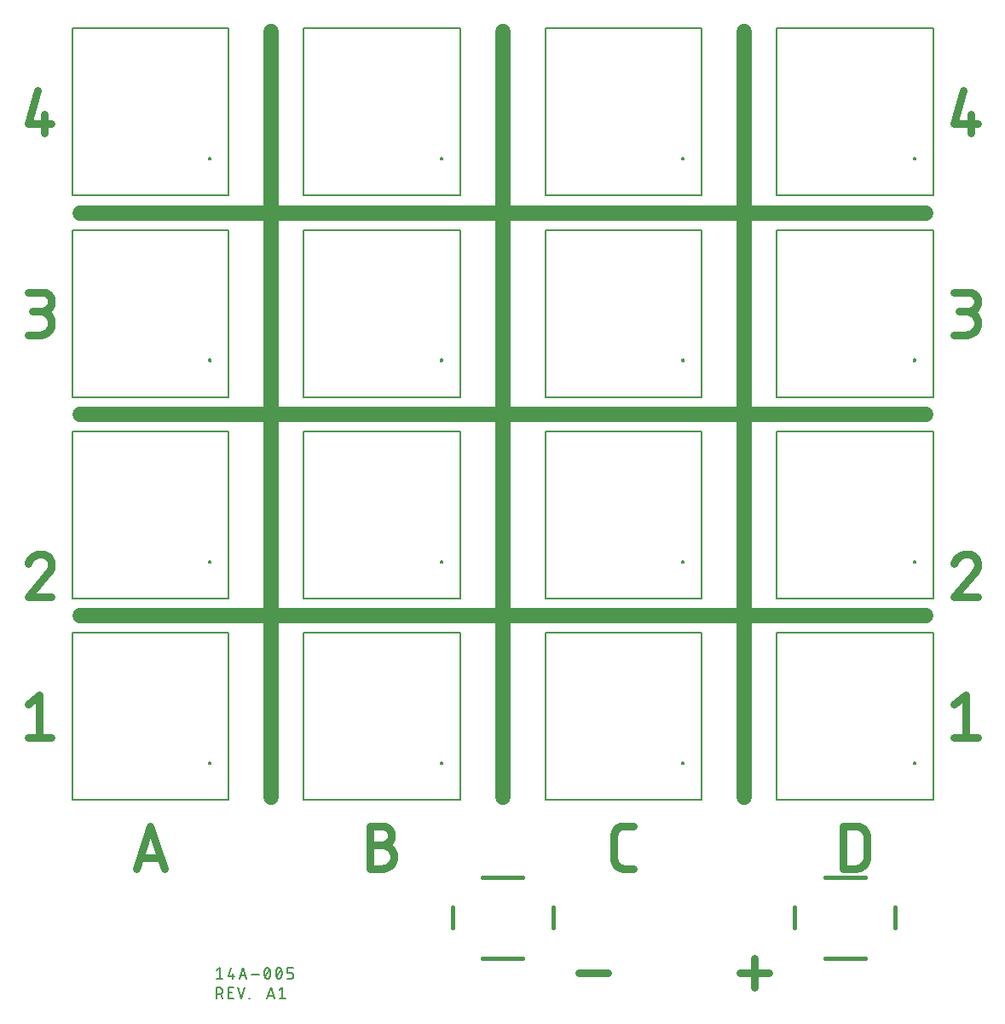
<source format=gbr>
G04 EAGLE Gerber RS-274X export*
G75*
%MOMM*%
%FSLAX34Y34*%
%LPD*%
%INSilkscreen Top*%
%IPPOS*%
%AMOC8*
5,1,8,0,0,1.08239X$1,22.5*%
G01*
%ADD10C,0.762000*%
%ADD11C,1.500000*%
%ADD12C,0.177800*%
%ADD13C,0.406400*%
%ADD14C,0.200000*%


D10*
X135873Y148810D02*
X150000Y191190D01*
X164127Y148810D01*
X160595Y159405D02*
X139405Y159405D01*
X368228Y172354D02*
X380000Y172354D01*
X380287Y172351D01*
X380573Y172340D01*
X380859Y172323D01*
X381145Y172298D01*
X381430Y172267D01*
X381714Y172229D01*
X381997Y172183D01*
X382279Y172131D01*
X382560Y172072D01*
X382839Y172007D01*
X383116Y171934D01*
X383392Y171855D01*
X383665Y171769D01*
X383936Y171676D01*
X384205Y171577D01*
X384472Y171472D01*
X384736Y171359D01*
X384997Y171241D01*
X385255Y171116D01*
X385510Y170985D01*
X385761Y170848D01*
X386010Y170704D01*
X386254Y170555D01*
X386495Y170400D01*
X386733Y170239D01*
X386966Y170072D01*
X387195Y169899D01*
X387419Y169722D01*
X387640Y169538D01*
X387856Y169349D01*
X388067Y169156D01*
X388273Y168957D01*
X388475Y168753D01*
X388671Y168544D01*
X388862Y168330D01*
X389049Y168112D01*
X389229Y167890D01*
X389404Y167663D01*
X389574Y167432D01*
X389738Y167196D01*
X389896Y166957D01*
X390048Y166715D01*
X390195Y166468D01*
X390335Y166218D01*
X390469Y165965D01*
X390597Y165708D01*
X390719Y165449D01*
X390834Y165186D01*
X390943Y164921D01*
X391046Y164653D01*
X391141Y164383D01*
X391231Y164111D01*
X391313Y163836D01*
X391389Y163560D01*
X391458Y163281D01*
X391521Y163001D01*
X391576Y162720D01*
X391625Y162438D01*
X391667Y162154D01*
X391701Y161870D01*
X391729Y161584D01*
X391750Y161298D01*
X391764Y161012D01*
X391771Y160725D01*
X391771Y160439D01*
X391764Y160152D01*
X391750Y159866D01*
X391729Y159580D01*
X391701Y159294D01*
X391667Y159010D01*
X391625Y158726D01*
X391576Y158444D01*
X391521Y158163D01*
X391458Y157883D01*
X391389Y157604D01*
X391313Y157328D01*
X391231Y157053D01*
X391141Y156781D01*
X391046Y156511D01*
X390943Y156243D01*
X390834Y155978D01*
X390719Y155715D01*
X390597Y155456D01*
X390469Y155199D01*
X390335Y154946D01*
X390195Y154696D01*
X390048Y154449D01*
X389896Y154207D01*
X389738Y153968D01*
X389574Y153732D01*
X389404Y153501D01*
X389229Y153274D01*
X389049Y153052D01*
X388862Y152834D01*
X388671Y152620D01*
X388475Y152411D01*
X388273Y152207D01*
X388067Y152008D01*
X387856Y151815D01*
X387640Y151626D01*
X387419Y151442D01*
X387195Y151265D01*
X386966Y151092D01*
X386733Y150925D01*
X386495Y150764D01*
X386254Y150609D01*
X386010Y150460D01*
X385761Y150316D01*
X385510Y150179D01*
X385255Y150048D01*
X384997Y149923D01*
X384736Y149805D01*
X384472Y149692D01*
X384205Y149587D01*
X383936Y149488D01*
X383665Y149395D01*
X383392Y149309D01*
X383116Y149230D01*
X382839Y149157D01*
X382560Y149092D01*
X382279Y149033D01*
X381997Y148981D01*
X381714Y148935D01*
X381430Y148897D01*
X381145Y148866D01*
X380859Y148841D01*
X380573Y148824D01*
X380287Y148813D01*
X380000Y148810D01*
X368228Y148810D01*
X368228Y191190D01*
X380000Y191190D01*
X380229Y191187D01*
X380459Y191179D01*
X380687Y191165D01*
X380916Y191145D01*
X381144Y191120D01*
X381371Y191090D01*
X381598Y191053D01*
X381823Y191012D01*
X382048Y190965D01*
X382271Y190912D01*
X382493Y190854D01*
X382713Y190791D01*
X382932Y190722D01*
X383149Y190648D01*
X383364Y190569D01*
X383578Y190484D01*
X383789Y190394D01*
X383998Y190300D01*
X384204Y190200D01*
X384408Y190095D01*
X384609Y189985D01*
X384808Y189870D01*
X385004Y189751D01*
X385197Y189627D01*
X385386Y189498D01*
X385573Y189364D01*
X385756Y189226D01*
X385936Y189084D01*
X386112Y188937D01*
X386285Y188786D01*
X386454Y188631D01*
X386619Y188472D01*
X386780Y188309D01*
X386937Y188142D01*
X387090Y187971D01*
X387239Y187796D01*
X387384Y187618D01*
X387524Y187437D01*
X387660Y187252D01*
X387791Y187064D01*
X387917Y186873D01*
X388039Y186678D01*
X388156Y186481D01*
X388268Y186281D01*
X388376Y186078D01*
X388478Y185873D01*
X388576Y185665D01*
X388668Y185455D01*
X388755Y185243D01*
X388837Y185029D01*
X388914Y184813D01*
X388985Y184595D01*
X389051Y184375D01*
X389112Y184154D01*
X389167Y183932D01*
X389217Y183708D01*
X389261Y183483D01*
X389300Y183257D01*
X389334Y183030D01*
X389362Y182802D01*
X389384Y182574D01*
X389401Y182345D01*
X389412Y182116D01*
X389417Y181887D01*
X389417Y181657D01*
X389412Y181428D01*
X389401Y181199D01*
X389384Y180970D01*
X389362Y180742D01*
X389334Y180514D01*
X389300Y180287D01*
X389261Y180061D01*
X389217Y179836D01*
X389167Y179612D01*
X389112Y179390D01*
X389051Y179169D01*
X388985Y178949D01*
X388914Y178731D01*
X388837Y178515D01*
X388755Y178301D01*
X388668Y178089D01*
X388576Y177879D01*
X388478Y177671D01*
X388376Y177466D01*
X388268Y177263D01*
X388156Y177063D01*
X388039Y176866D01*
X387917Y176671D01*
X387791Y176480D01*
X387660Y176292D01*
X387524Y176107D01*
X387384Y175926D01*
X387239Y175748D01*
X387090Y175573D01*
X386937Y175402D01*
X386780Y175235D01*
X386619Y175072D01*
X386454Y174913D01*
X386285Y174758D01*
X386112Y174607D01*
X385936Y174460D01*
X385756Y174318D01*
X385573Y174180D01*
X385386Y174046D01*
X385197Y173917D01*
X385004Y173793D01*
X384808Y173674D01*
X384609Y173559D01*
X384408Y173449D01*
X384204Y173344D01*
X383998Y173244D01*
X383789Y173150D01*
X383578Y173060D01*
X383364Y172975D01*
X383149Y172896D01*
X382932Y172822D01*
X382713Y172753D01*
X382493Y172690D01*
X382271Y172632D01*
X382048Y172579D01*
X381823Y172532D01*
X381598Y172491D01*
X381371Y172454D01*
X381144Y172424D01*
X380916Y172399D01*
X380687Y172379D01*
X380459Y172365D01*
X380229Y172357D01*
X380000Y172354D01*
X620000Y148810D02*
X629418Y148810D01*
X620000Y148810D02*
X619772Y148813D01*
X619545Y148821D01*
X619318Y148835D01*
X619091Y148854D01*
X618865Y148879D01*
X618639Y148909D01*
X618414Y148944D01*
X618191Y148985D01*
X617968Y149032D01*
X617746Y149084D01*
X617526Y149141D01*
X617307Y149203D01*
X617090Y149271D01*
X616874Y149344D01*
X616660Y149422D01*
X616449Y149505D01*
X616239Y149594D01*
X616031Y149687D01*
X615826Y149785D01*
X615623Y149889D01*
X615423Y149997D01*
X615225Y150110D01*
X615031Y150228D01*
X614839Y150350D01*
X614650Y150477D01*
X614464Y150609D01*
X614282Y150745D01*
X614103Y150885D01*
X613927Y151030D01*
X613755Y151179D01*
X613586Y151331D01*
X613421Y151488D01*
X613260Y151649D01*
X613103Y151814D01*
X612951Y151983D01*
X612802Y152155D01*
X612657Y152331D01*
X612517Y152510D01*
X612381Y152692D01*
X612249Y152878D01*
X612122Y153067D01*
X612000Y153259D01*
X611882Y153453D01*
X611769Y153651D01*
X611661Y153851D01*
X611557Y154054D01*
X611459Y154259D01*
X611366Y154467D01*
X611277Y154677D01*
X611194Y154888D01*
X611116Y155102D01*
X611043Y155318D01*
X610975Y155535D01*
X610913Y155754D01*
X610856Y155974D01*
X610804Y156196D01*
X610757Y156419D01*
X610716Y156642D01*
X610681Y156867D01*
X610651Y157093D01*
X610626Y157319D01*
X610607Y157546D01*
X610593Y157773D01*
X610585Y158000D01*
X610582Y158228D01*
X610582Y181772D01*
X610585Y182003D01*
X610593Y182234D01*
X610608Y182465D01*
X610627Y182695D01*
X610653Y182925D01*
X610684Y183154D01*
X610721Y183382D01*
X610763Y183609D01*
X610811Y183835D01*
X610864Y184060D01*
X610923Y184284D01*
X610988Y184506D01*
X611057Y184726D01*
X611133Y184945D01*
X611213Y185161D01*
X611299Y185376D01*
X611390Y185589D01*
X611486Y185799D01*
X611588Y186006D01*
X611694Y186212D01*
X611806Y186414D01*
X611922Y186614D01*
X612043Y186811D01*
X612169Y187004D01*
X612300Y187195D01*
X612435Y187382D01*
X612575Y187566D01*
X612720Y187747D01*
X612869Y187924D01*
X613022Y188097D01*
X613179Y188266D01*
X613340Y188432D01*
X613506Y188593D01*
X613675Y188750D01*
X613848Y188903D01*
X614025Y189052D01*
X614206Y189197D01*
X614390Y189337D01*
X614577Y189472D01*
X614768Y189603D01*
X614961Y189729D01*
X615158Y189850D01*
X615358Y189966D01*
X615560Y190078D01*
X615766Y190184D01*
X615973Y190286D01*
X616183Y190382D01*
X616396Y190473D01*
X616610Y190559D01*
X616827Y190639D01*
X617046Y190715D01*
X617266Y190784D01*
X617488Y190849D01*
X617712Y190908D01*
X617936Y190961D01*
X618163Y191009D01*
X618390Y191051D01*
X618618Y191088D01*
X618847Y191119D01*
X619077Y191145D01*
X619307Y191164D01*
X619538Y191179D01*
X619769Y191187D01*
X620000Y191190D01*
X629418Y191190D01*
X838228Y191190D02*
X838228Y148810D01*
X838228Y191190D02*
X850000Y191190D01*
X850284Y191187D01*
X850569Y191176D01*
X850853Y191159D01*
X851136Y191135D01*
X851419Y191104D01*
X851701Y191066D01*
X851982Y191022D01*
X852262Y190971D01*
X852540Y190913D01*
X852817Y190848D01*
X853093Y190777D01*
X853366Y190698D01*
X853638Y190614D01*
X853907Y190523D01*
X854174Y190425D01*
X854439Y190321D01*
X854701Y190210D01*
X854961Y190094D01*
X855217Y189971D01*
X855471Y189842D01*
X855721Y189706D01*
X855968Y189565D01*
X856211Y189418D01*
X856451Y189265D01*
X856687Y189106D01*
X856919Y188942D01*
X857148Y188772D01*
X857371Y188596D01*
X857591Y188416D01*
X857806Y188229D01*
X858017Y188038D01*
X858223Y187842D01*
X858424Y187641D01*
X858620Y187435D01*
X858811Y187224D01*
X858998Y187009D01*
X859178Y186789D01*
X859354Y186566D01*
X859524Y186337D01*
X859688Y186105D01*
X859847Y185869D01*
X860000Y185629D01*
X860147Y185386D01*
X860288Y185139D01*
X860424Y184889D01*
X860553Y184635D01*
X860676Y184379D01*
X860792Y184119D01*
X860903Y183857D01*
X861007Y183592D01*
X861105Y183325D01*
X861196Y183056D01*
X861280Y182784D01*
X861359Y182511D01*
X861430Y182235D01*
X861495Y181958D01*
X861553Y181680D01*
X861604Y181400D01*
X861648Y181119D01*
X861686Y180837D01*
X861717Y180554D01*
X861741Y180271D01*
X861758Y179987D01*
X861769Y179702D01*
X861772Y179418D01*
X861772Y160582D01*
X861768Y160293D01*
X861758Y160004D01*
X861740Y159716D01*
X861715Y159428D01*
X861683Y159141D01*
X861645Y158855D01*
X861599Y158569D01*
X861546Y158285D01*
X861486Y158003D01*
X861419Y157722D01*
X861346Y157442D01*
X861265Y157165D01*
X861178Y156889D01*
X861084Y156616D01*
X860983Y156345D01*
X860876Y156077D01*
X860762Y155812D01*
X860642Y155549D01*
X860515Y155289D01*
X860382Y155033D01*
X860243Y154780D01*
X860097Y154530D01*
X859946Y154284D01*
X859788Y154042D01*
X859625Y153804D01*
X859455Y153569D01*
X859280Y153340D01*
X859100Y153114D01*
X858914Y152893D01*
X858722Y152676D01*
X858526Y152465D01*
X858324Y152258D01*
X858117Y152056D01*
X857906Y151860D01*
X857689Y151668D01*
X857468Y151482D01*
X857243Y151302D01*
X857013Y151127D01*
X856778Y150957D01*
X856540Y150794D01*
X856298Y150636D01*
X856052Y150485D01*
X855802Y150339D01*
X855549Y150200D01*
X855293Y150067D01*
X855033Y149940D01*
X854771Y149820D01*
X854505Y149706D01*
X854237Y149599D01*
X853966Y149498D01*
X853693Y149404D01*
X853417Y149317D01*
X853140Y149236D01*
X852860Y149163D01*
X852579Y149096D01*
X852297Y149036D01*
X852013Y148983D01*
X851727Y148937D01*
X851441Y148899D01*
X851154Y148867D01*
X850866Y148842D01*
X850578Y148824D01*
X850289Y148814D01*
X850000Y148810D01*
X838228Y148810D01*
X40000Y321190D02*
X28228Y311772D01*
X40000Y321190D02*
X40000Y278810D01*
X28228Y278810D02*
X51772Y278810D01*
X51772Y450595D02*
X51769Y450851D01*
X51760Y451107D01*
X51744Y451362D01*
X51723Y451618D01*
X51695Y451872D01*
X51661Y452126D01*
X51621Y452379D01*
X51575Y452631D01*
X51522Y452881D01*
X51464Y453131D01*
X51400Y453378D01*
X51330Y453625D01*
X51253Y453869D01*
X51171Y454112D01*
X51083Y454352D01*
X50990Y454590D01*
X50890Y454826D01*
X50785Y455060D01*
X50675Y455291D01*
X50558Y455519D01*
X50437Y455744D01*
X50310Y455966D01*
X50177Y456185D01*
X50039Y456401D01*
X49897Y456614D01*
X49749Y456823D01*
X49596Y457028D01*
X49438Y457229D01*
X49275Y457427D01*
X49107Y457621D01*
X48935Y457810D01*
X48759Y457996D01*
X48578Y458177D01*
X48392Y458353D01*
X48203Y458525D01*
X48009Y458693D01*
X47811Y458856D01*
X47610Y459014D01*
X47405Y459167D01*
X47196Y459315D01*
X46983Y459457D01*
X46767Y459595D01*
X46548Y459728D01*
X46326Y459855D01*
X46101Y459976D01*
X45873Y460093D01*
X45642Y460203D01*
X45408Y460308D01*
X45172Y460408D01*
X44934Y460501D01*
X44694Y460589D01*
X44451Y460671D01*
X44207Y460748D01*
X43960Y460818D01*
X43713Y460882D01*
X43463Y460940D01*
X43213Y460993D01*
X42961Y461039D01*
X42708Y461079D01*
X42454Y461113D01*
X42200Y461141D01*
X41944Y461162D01*
X41689Y461178D01*
X41433Y461187D01*
X41177Y461190D01*
X40848Y461186D01*
X40519Y461174D01*
X40190Y461154D01*
X39862Y461126D01*
X39535Y461091D01*
X39209Y461047D01*
X38884Y460995D01*
X38560Y460936D01*
X38238Y460869D01*
X37917Y460794D01*
X37598Y460711D01*
X37282Y460621D01*
X36968Y460523D01*
X36656Y460417D01*
X36347Y460304D01*
X36040Y460184D01*
X35737Y460056D01*
X35437Y459920D01*
X35140Y459778D01*
X34847Y459629D01*
X34557Y459472D01*
X34272Y459308D01*
X33990Y459138D01*
X33712Y458961D01*
X33439Y458777D01*
X33171Y458587D01*
X32907Y458390D01*
X32648Y458187D01*
X32394Y457977D01*
X32145Y457762D01*
X31901Y457540D01*
X31663Y457313D01*
X31430Y457080D01*
X31204Y456842D01*
X30982Y456598D01*
X30767Y456349D01*
X30558Y456094D01*
X30355Y455835D01*
X30159Y455571D01*
X29969Y455302D01*
X29785Y455029D01*
X29608Y454751D01*
X29438Y454469D01*
X29275Y454184D01*
X29119Y453894D01*
X28970Y453600D01*
X28828Y453303D01*
X28693Y453003D01*
X28565Y452700D01*
X28445Y452393D01*
X28332Y452084D01*
X28227Y451772D01*
X48240Y442354D02*
X48440Y442549D01*
X48635Y442749D01*
X48825Y442954D01*
X49010Y443163D01*
X49190Y443377D01*
X49364Y443595D01*
X49533Y443817D01*
X49697Y444043D01*
X49855Y444274D01*
X50007Y444508D01*
X50154Y444746D01*
X50294Y444987D01*
X50429Y445231D01*
X50557Y445479D01*
X50680Y445730D01*
X50796Y445984D01*
X50906Y446241D01*
X51010Y446500D01*
X51107Y446762D01*
X51198Y447026D01*
X51282Y447292D01*
X51360Y447560D01*
X51431Y447830D01*
X51496Y448102D01*
X51553Y448375D01*
X51605Y448650D01*
X51649Y448926D01*
X51686Y449202D01*
X51717Y449480D01*
X51741Y449758D01*
X51758Y450037D01*
X51769Y450316D01*
X51772Y450595D01*
X48241Y442354D02*
X28228Y418810D01*
X51772Y418810D01*
X40000Y678810D02*
X28228Y678810D01*
X40000Y678810D02*
X40287Y678813D01*
X40573Y678824D01*
X40859Y678841D01*
X41145Y678866D01*
X41430Y678897D01*
X41714Y678935D01*
X41997Y678981D01*
X42279Y679033D01*
X42560Y679092D01*
X42839Y679157D01*
X43116Y679230D01*
X43392Y679309D01*
X43665Y679395D01*
X43936Y679488D01*
X44205Y679587D01*
X44472Y679692D01*
X44736Y679805D01*
X44997Y679923D01*
X45255Y680048D01*
X45510Y680179D01*
X45761Y680316D01*
X46010Y680460D01*
X46254Y680609D01*
X46495Y680764D01*
X46733Y680925D01*
X46966Y681092D01*
X47195Y681265D01*
X47419Y681442D01*
X47640Y681626D01*
X47856Y681815D01*
X48067Y682008D01*
X48273Y682207D01*
X48475Y682411D01*
X48671Y682620D01*
X48862Y682834D01*
X49049Y683052D01*
X49229Y683274D01*
X49404Y683501D01*
X49574Y683732D01*
X49738Y683968D01*
X49896Y684207D01*
X50048Y684449D01*
X50195Y684696D01*
X50335Y684946D01*
X50469Y685199D01*
X50597Y685456D01*
X50719Y685715D01*
X50834Y685978D01*
X50943Y686243D01*
X51046Y686511D01*
X51141Y686781D01*
X51231Y687053D01*
X51313Y687328D01*
X51389Y687604D01*
X51458Y687883D01*
X51521Y688163D01*
X51576Y688444D01*
X51625Y688726D01*
X51667Y689010D01*
X51701Y689294D01*
X51729Y689580D01*
X51750Y689866D01*
X51764Y690152D01*
X51771Y690439D01*
X51771Y690725D01*
X51764Y691012D01*
X51750Y691298D01*
X51729Y691584D01*
X51701Y691870D01*
X51667Y692154D01*
X51625Y692438D01*
X51576Y692720D01*
X51521Y693001D01*
X51458Y693281D01*
X51389Y693560D01*
X51313Y693836D01*
X51231Y694111D01*
X51141Y694383D01*
X51046Y694653D01*
X50943Y694921D01*
X50834Y695186D01*
X50719Y695449D01*
X50597Y695708D01*
X50469Y695965D01*
X50335Y696218D01*
X50195Y696468D01*
X50048Y696715D01*
X49896Y696957D01*
X49738Y697196D01*
X49574Y697432D01*
X49404Y697663D01*
X49229Y697890D01*
X49049Y698112D01*
X48862Y698330D01*
X48671Y698544D01*
X48475Y698753D01*
X48273Y698957D01*
X48067Y699156D01*
X47856Y699349D01*
X47640Y699538D01*
X47419Y699722D01*
X47195Y699899D01*
X46966Y700072D01*
X46733Y700239D01*
X46495Y700400D01*
X46254Y700555D01*
X46010Y700704D01*
X45761Y700848D01*
X45510Y700985D01*
X45255Y701116D01*
X44997Y701241D01*
X44736Y701359D01*
X44472Y701472D01*
X44205Y701577D01*
X43936Y701676D01*
X43665Y701769D01*
X43392Y701855D01*
X43116Y701934D01*
X42839Y702007D01*
X42560Y702072D01*
X42279Y702131D01*
X41997Y702183D01*
X41714Y702229D01*
X41430Y702267D01*
X41145Y702298D01*
X40859Y702323D01*
X40573Y702340D01*
X40287Y702351D01*
X40000Y702354D01*
X42354Y721190D02*
X28228Y721190D01*
X42354Y721190D02*
X42583Y721187D01*
X42813Y721179D01*
X43041Y721165D01*
X43270Y721145D01*
X43498Y721120D01*
X43725Y721090D01*
X43952Y721053D01*
X44177Y721012D01*
X44402Y720965D01*
X44625Y720912D01*
X44847Y720854D01*
X45067Y720791D01*
X45286Y720722D01*
X45503Y720648D01*
X45718Y720569D01*
X45932Y720484D01*
X46143Y720394D01*
X46352Y720300D01*
X46558Y720200D01*
X46762Y720095D01*
X46963Y719985D01*
X47162Y719870D01*
X47358Y719751D01*
X47551Y719627D01*
X47740Y719498D01*
X47927Y719364D01*
X48110Y719226D01*
X48290Y719084D01*
X48466Y718937D01*
X48639Y718786D01*
X48808Y718631D01*
X48973Y718472D01*
X49134Y718309D01*
X49291Y718142D01*
X49444Y717971D01*
X49593Y717796D01*
X49738Y717618D01*
X49878Y717437D01*
X50014Y717252D01*
X50145Y717064D01*
X50271Y716873D01*
X50393Y716678D01*
X50510Y716481D01*
X50622Y716281D01*
X50730Y716078D01*
X50832Y715873D01*
X50930Y715665D01*
X51022Y715455D01*
X51109Y715243D01*
X51191Y715029D01*
X51268Y714813D01*
X51339Y714595D01*
X51405Y714375D01*
X51466Y714154D01*
X51521Y713932D01*
X51571Y713708D01*
X51615Y713483D01*
X51654Y713257D01*
X51688Y713030D01*
X51716Y712802D01*
X51738Y712574D01*
X51755Y712345D01*
X51766Y712116D01*
X51771Y711887D01*
X51771Y711657D01*
X51766Y711428D01*
X51755Y711199D01*
X51738Y710970D01*
X51716Y710742D01*
X51688Y710514D01*
X51654Y710287D01*
X51615Y710061D01*
X51571Y709836D01*
X51521Y709612D01*
X51466Y709390D01*
X51405Y709169D01*
X51339Y708949D01*
X51268Y708731D01*
X51191Y708515D01*
X51109Y708301D01*
X51022Y708089D01*
X50930Y707879D01*
X50832Y707671D01*
X50730Y707466D01*
X50622Y707263D01*
X50510Y707063D01*
X50393Y706866D01*
X50271Y706671D01*
X50145Y706480D01*
X50014Y706292D01*
X49878Y706107D01*
X49738Y705926D01*
X49593Y705748D01*
X49444Y705573D01*
X49291Y705402D01*
X49134Y705235D01*
X48973Y705072D01*
X48808Y704913D01*
X48639Y704758D01*
X48466Y704607D01*
X48290Y704460D01*
X48110Y704318D01*
X47927Y704180D01*
X47740Y704046D01*
X47551Y703917D01*
X47358Y703793D01*
X47162Y703674D01*
X46963Y703559D01*
X46762Y703449D01*
X46558Y703344D01*
X46352Y703244D01*
X46143Y703150D01*
X45932Y703060D01*
X45718Y702975D01*
X45503Y702896D01*
X45286Y702822D01*
X45067Y702753D01*
X44847Y702690D01*
X44625Y702632D01*
X44402Y702579D01*
X44177Y702532D01*
X43952Y702491D01*
X43725Y702454D01*
X43498Y702424D01*
X43270Y702399D01*
X43041Y702379D01*
X42813Y702365D01*
X42583Y702357D01*
X42354Y702354D01*
X32937Y702354D01*
X28228Y888228D02*
X37646Y921190D01*
X28228Y888228D02*
X51772Y888228D01*
X44709Y897646D02*
X44709Y878810D01*
X948228Y311772D02*
X960000Y321190D01*
X960000Y278810D01*
X948228Y278810D02*
X971772Y278810D01*
X971772Y450595D02*
X971769Y450851D01*
X971760Y451107D01*
X971744Y451362D01*
X971723Y451618D01*
X971695Y451872D01*
X971661Y452126D01*
X971621Y452379D01*
X971575Y452631D01*
X971522Y452881D01*
X971464Y453131D01*
X971400Y453378D01*
X971330Y453625D01*
X971253Y453869D01*
X971171Y454112D01*
X971083Y454352D01*
X970990Y454590D01*
X970890Y454826D01*
X970785Y455060D01*
X970675Y455291D01*
X970558Y455519D01*
X970437Y455744D01*
X970310Y455966D01*
X970177Y456185D01*
X970039Y456401D01*
X969897Y456614D01*
X969749Y456823D01*
X969596Y457028D01*
X969438Y457229D01*
X969275Y457427D01*
X969107Y457621D01*
X968935Y457810D01*
X968759Y457996D01*
X968578Y458177D01*
X968392Y458353D01*
X968203Y458525D01*
X968009Y458693D01*
X967811Y458856D01*
X967610Y459014D01*
X967405Y459167D01*
X967196Y459315D01*
X966983Y459457D01*
X966767Y459595D01*
X966548Y459728D01*
X966326Y459855D01*
X966101Y459976D01*
X965873Y460093D01*
X965642Y460203D01*
X965408Y460308D01*
X965172Y460408D01*
X964934Y460501D01*
X964694Y460589D01*
X964451Y460671D01*
X964207Y460748D01*
X963960Y460818D01*
X963713Y460882D01*
X963463Y460940D01*
X963213Y460993D01*
X962961Y461039D01*
X962708Y461079D01*
X962454Y461113D01*
X962200Y461141D01*
X961944Y461162D01*
X961689Y461178D01*
X961433Y461187D01*
X961177Y461190D01*
X960848Y461186D01*
X960519Y461174D01*
X960190Y461154D01*
X959862Y461126D01*
X959535Y461091D01*
X959209Y461047D01*
X958884Y460995D01*
X958560Y460936D01*
X958238Y460869D01*
X957917Y460794D01*
X957598Y460711D01*
X957282Y460621D01*
X956968Y460523D01*
X956656Y460417D01*
X956347Y460304D01*
X956040Y460184D01*
X955737Y460056D01*
X955437Y459920D01*
X955140Y459778D01*
X954847Y459629D01*
X954557Y459472D01*
X954272Y459308D01*
X953990Y459138D01*
X953712Y458961D01*
X953439Y458777D01*
X953171Y458587D01*
X952907Y458390D01*
X952648Y458187D01*
X952394Y457977D01*
X952145Y457762D01*
X951901Y457540D01*
X951663Y457313D01*
X951430Y457080D01*
X951204Y456842D01*
X950982Y456598D01*
X950767Y456349D01*
X950558Y456094D01*
X950355Y455835D01*
X950159Y455571D01*
X949969Y455302D01*
X949785Y455029D01*
X949608Y454751D01*
X949438Y454469D01*
X949275Y454184D01*
X949119Y453894D01*
X948970Y453600D01*
X948828Y453303D01*
X948693Y453003D01*
X948565Y452700D01*
X948445Y452393D01*
X948332Y452084D01*
X948227Y451772D01*
X968240Y442354D02*
X968440Y442549D01*
X968635Y442749D01*
X968825Y442954D01*
X969010Y443163D01*
X969190Y443377D01*
X969364Y443595D01*
X969533Y443817D01*
X969697Y444043D01*
X969855Y444274D01*
X970007Y444508D01*
X970154Y444746D01*
X970294Y444987D01*
X970429Y445231D01*
X970557Y445479D01*
X970680Y445730D01*
X970796Y445984D01*
X970906Y446241D01*
X971010Y446500D01*
X971107Y446762D01*
X971198Y447026D01*
X971282Y447292D01*
X971360Y447560D01*
X971431Y447830D01*
X971496Y448102D01*
X971553Y448375D01*
X971605Y448650D01*
X971649Y448926D01*
X971686Y449202D01*
X971717Y449480D01*
X971741Y449758D01*
X971758Y450037D01*
X971769Y450316D01*
X971772Y450595D01*
X968241Y442354D02*
X948228Y418810D01*
X971772Y418810D01*
X960000Y678810D02*
X948228Y678810D01*
X960000Y678810D02*
X960287Y678813D01*
X960573Y678824D01*
X960859Y678841D01*
X961145Y678866D01*
X961430Y678897D01*
X961714Y678935D01*
X961997Y678981D01*
X962279Y679033D01*
X962560Y679092D01*
X962839Y679157D01*
X963116Y679230D01*
X963392Y679309D01*
X963665Y679395D01*
X963936Y679488D01*
X964205Y679587D01*
X964472Y679692D01*
X964736Y679805D01*
X964997Y679923D01*
X965255Y680048D01*
X965510Y680179D01*
X965761Y680316D01*
X966010Y680460D01*
X966254Y680609D01*
X966495Y680764D01*
X966733Y680925D01*
X966966Y681092D01*
X967195Y681265D01*
X967419Y681442D01*
X967640Y681626D01*
X967856Y681815D01*
X968067Y682008D01*
X968273Y682207D01*
X968475Y682411D01*
X968671Y682620D01*
X968862Y682834D01*
X969049Y683052D01*
X969229Y683274D01*
X969404Y683501D01*
X969574Y683732D01*
X969738Y683968D01*
X969896Y684207D01*
X970048Y684449D01*
X970195Y684696D01*
X970335Y684946D01*
X970469Y685199D01*
X970597Y685456D01*
X970719Y685715D01*
X970834Y685978D01*
X970943Y686243D01*
X971046Y686511D01*
X971141Y686781D01*
X971231Y687053D01*
X971313Y687328D01*
X971389Y687604D01*
X971458Y687883D01*
X971521Y688163D01*
X971576Y688444D01*
X971625Y688726D01*
X971667Y689010D01*
X971701Y689294D01*
X971729Y689580D01*
X971750Y689866D01*
X971764Y690152D01*
X971771Y690439D01*
X971771Y690725D01*
X971764Y691012D01*
X971750Y691298D01*
X971729Y691584D01*
X971701Y691870D01*
X971667Y692154D01*
X971625Y692438D01*
X971576Y692720D01*
X971521Y693001D01*
X971458Y693281D01*
X971389Y693560D01*
X971313Y693836D01*
X971231Y694111D01*
X971141Y694383D01*
X971046Y694653D01*
X970943Y694921D01*
X970834Y695186D01*
X970719Y695449D01*
X970597Y695708D01*
X970469Y695965D01*
X970335Y696218D01*
X970195Y696468D01*
X970048Y696715D01*
X969896Y696957D01*
X969738Y697196D01*
X969574Y697432D01*
X969404Y697663D01*
X969229Y697890D01*
X969049Y698112D01*
X968862Y698330D01*
X968671Y698544D01*
X968475Y698753D01*
X968273Y698957D01*
X968067Y699156D01*
X967856Y699349D01*
X967640Y699538D01*
X967419Y699722D01*
X967195Y699899D01*
X966966Y700072D01*
X966733Y700239D01*
X966495Y700400D01*
X966254Y700555D01*
X966010Y700704D01*
X965761Y700848D01*
X965510Y700985D01*
X965255Y701116D01*
X964997Y701241D01*
X964736Y701359D01*
X964472Y701472D01*
X964205Y701577D01*
X963936Y701676D01*
X963665Y701769D01*
X963392Y701855D01*
X963116Y701934D01*
X962839Y702007D01*
X962560Y702072D01*
X962279Y702131D01*
X961997Y702183D01*
X961714Y702229D01*
X961430Y702267D01*
X961145Y702298D01*
X960859Y702323D01*
X960573Y702340D01*
X960287Y702351D01*
X960000Y702354D01*
X962354Y721190D02*
X948228Y721190D01*
X962354Y721190D02*
X962583Y721187D01*
X962813Y721179D01*
X963041Y721165D01*
X963270Y721145D01*
X963498Y721120D01*
X963725Y721090D01*
X963952Y721053D01*
X964177Y721012D01*
X964402Y720965D01*
X964625Y720912D01*
X964847Y720854D01*
X965067Y720791D01*
X965286Y720722D01*
X965503Y720648D01*
X965718Y720569D01*
X965932Y720484D01*
X966143Y720394D01*
X966352Y720300D01*
X966558Y720200D01*
X966762Y720095D01*
X966963Y719985D01*
X967162Y719870D01*
X967358Y719751D01*
X967551Y719627D01*
X967740Y719498D01*
X967927Y719364D01*
X968110Y719226D01*
X968290Y719084D01*
X968466Y718937D01*
X968639Y718786D01*
X968808Y718631D01*
X968973Y718472D01*
X969134Y718309D01*
X969291Y718142D01*
X969444Y717971D01*
X969593Y717796D01*
X969738Y717618D01*
X969878Y717437D01*
X970014Y717252D01*
X970145Y717064D01*
X970271Y716873D01*
X970393Y716678D01*
X970510Y716481D01*
X970622Y716281D01*
X970730Y716078D01*
X970832Y715873D01*
X970930Y715665D01*
X971022Y715455D01*
X971109Y715243D01*
X971191Y715029D01*
X971268Y714813D01*
X971339Y714595D01*
X971405Y714375D01*
X971466Y714154D01*
X971521Y713932D01*
X971571Y713708D01*
X971615Y713483D01*
X971654Y713257D01*
X971688Y713030D01*
X971716Y712802D01*
X971738Y712574D01*
X971755Y712345D01*
X971766Y712116D01*
X971771Y711887D01*
X971771Y711657D01*
X971766Y711428D01*
X971755Y711199D01*
X971738Y710970D01*
X971716Y710742D01*
X971688Y710514D01*
X971654Y710287D01*
X971615Y710061D01*
X971571Y709836D01*
X971521Y709612D01*
X971466Y709390D01*
X971405Y709169D01*
X971339Y708949D01*
X971268Y708731D01*
X971191Y708515D01*
X971109Y708301D01*
X971022Y708089D01*
X970930Y707879D01*
X970832Y707671D01*
X970730Y707466D01*
X970622Y707263D01*
X970510Y707063D01*
X970393Y706866D01*
X970271Y706671D01*
X970145Y706480D01*
X970014Y706292D01*
X969878Y706107D01*
X969738Y705926D01*
X969593Y705748D01*
X969444Y705573D01*
X969291Y705402D01*
X969134Y705235D01*
X968973Y705072D01*
X968808Y704913D01*
X968639Y704758D01*
X968466Y704607D01*
X968290Y704460D01*
X968110Y704318D01*
X967927Y704180D01*
X967740Y704046D01*
X967551Y703917D01*
X967358Y703793D01*
X967162Y703674D01*
X966963Y703559D01*
X966762Y703449D01*
X966558Y703344D01*
X966352Y703244D01*
X966143Y703150D01*
X965932Y703060D01*
X965718Y702975D01*
X965503Y702896D01*
X965286Y702822D01*
X965067Y702753D01*
X964847Y702690D01*
X964625Y702632D01*
X964402Y702579D01*
X964177Y702532D01*
X963952Y702491D01*
X963725Y702454D01*
X963498Y702424D01*
X963270Y702399D01*
X963041Y702379D01*
X962813Y702365D01*
X962583Y702357D01*
X962354Y702354D01*
X952937Y702354D01*
X948228Y888228D02*
X957646Y921190D01*
X948228Y888228D02*
X971772Y888228D01*
X964709Y897646D02*
X964709Y878810D01*
D11*
X920000Y400000D02*
X80000Y400000D01*
X80000Y600000D02*
X920000Y600000D01*
X920000Y800000D02*
X80000Y800000D01*
X270000Y980000D02*
X270000Y220000D01*
X500000Y220000D02*
X500000Y980000D01*
X740000Y980000D02*
X740000Y220000D01*
D10*
X604127Y45291D02*
X575873Y45291D01*
X735873Y45291D02*
X764127Y45291D01*
X750000Y31164D02*
X750000Y59418D01*
D12*
X215889Y30461D02*
X215889Y19539D01*
X215889Y30461D02*
X218923Y30461D01*
X219031Y30459D01*
X219139Y30453D01*
X219247Y30444D01*
X219355Y30430D01*
X219462Y30413D01*
X219568Y30392D01*
X219673Y30367D01*
X219778Y30338D01*
X219881Y30306D01*
X219983Y30270D01*
X220084Y30230D01*
X220183Y30187D01*
X220281Y30140D01*
X220377Y30090D01*
X220471Y30036D01*
X220563Y29979D01*
X220653Y29919D01*
X220741Y29856D01*
X220827Y29789D01*
X220910Y29720D01*
X220990Y29648D01*
X221068Y29572D01*
X221144Y29494D01*
X221216Y29414D01*
X221285Y29331D01*
X221352Y29245D01*
X221415Y29157D01*
X221475Y29067D01*
X221532Y28975D01*
X221586Y28881D01*
X221636Y28785D01*
X221683Y28687D01*
X221726Y28588D01*
X221766Y28487D01*
X221802Y28385D01*
X221834Y28282D01*
X221863Y28177D01*
X221888Y28072D01*
X221909Y27966D01*
X221926Y27859D01*
X221940Y27751D01*
X221949Y27643D01*
X221955Y27535D01*
X221957Y27427D01*
X221955Y27319D01*
X221949Y27211D01*
X221940Y27103D01*
X221926Y26995D01*
X221909Y26888D01*
X221888Y26782D01*
X221863Y26677D01*
X221834Y26572D01*
X221802Y26469D01*
X221766Y26367D01*
X221726Y26266D01*
X221683Y26167D01*
X221636Y26069D01*
X221586Y25973D01*
X221532Y25879D01*
X221475Y25787D01*
X221415Y25697D01*
X221352Y25609D01*
X221285Y25523D01*
X221216Y25440D01*
X221144Y25360D01*
X221068Y25282D01*
X220990Y25206D01*
X220910Y25134D01*
X220827Y25065D01*
X220741Y24998D01*
X220653Y24935D01*
X220563Y24875D01*
X220471Y24818D01*
X220377Y24764D01*
X220281Y24714D01*
X220183Y24667D01*
X220084Y24624D01*
X219983Y24584D01*
X219881Y24548D01*
X219778Y24516D01*
X219673Y24487D01*
X219568Y24462D01*
X219462Y24441D01*
X219355Y24424D01*
X219247Y24410D01*
X219139Y24401D01*
X219031Y24395D01*
X218923Y24393D01*
X215889Y24393D01*
X219530Y24393D02*
X221957Y19539D01*
X227630Y19539D02*
X232484Y19539D01*
X227630Y19539D02*
X227630Y30461D01*
X232484Y30461D01*
X231270Y25607D02*
X227630Y25607D01*
X236517Y30461D02*
X240158Y19539D01*
X243798Y30461D01*
X247855Y20146D02*
X247855Y19539D01*
X247855Y20146D02*
X248462Y20146D01*
X248462Y19539D01*
X247855Y19539D01*
X218923Y50461D02*
X215889Y48034D01*
X218923Y50461D02*
X218923Y39539D01*
X215889Y39539D02*
X221957Y39539D01*
X227319Y41966D02*
X229746Y50461D01*
X227319Y41966D02*
X233387Y41966D01*
X231566Y44393D02*
X231566Y39539D01*
X238142Y39539D02*
X241783Y50461D01*
X245424Y39539D01*
X244513Y42270D02*
X239052Y42270D01*
X250334Y43786D02*
X257616Y43786D01*
X263133Y45000D02*
X263136Y45215D01*
X263143Y45430D01*
X263156Y45644D01*
X263174Y45858D01*
X263197Y46072D01*
X263225Y46285D01*
X263258Y46497D01*
X263297Y46708D01*
X263340Y46919D01*
X263388Y47128D01*
X263442Y47336D01*
X263500Y47543D01*
X263563Y47749D01*
X263631Y47952D01*
X263704Y48155D01*
X263782Y48355D01*
X263864Y48553D01*
X263951Y48750D01*
X264043Y48944D01*
X264075Y49031D01*
X264111Y49117D01*
X264150Y49201D01*
X264192Y49284D01*
X264238Y49365D01*
X264287Y49443D01*
X264340Y49520D01*
X264395Y49594D01*
X264453Y49666D01*
X264515Y49736D01*
X264579Y49803D01*
X264646Y49867D01*
X264716Y49929D01*
X264788Y49987D01*
X264862Y50043D01*
X264939Y50095D01*
X265017Y50144D01*
X265098Y50190D01*
X265181Y50233D01*
X265265Y50272D01*
X265351Y50307D01*
X265438Y50339D01*
X265526Y50368D01*
X265616Y50392D01*
X265706Y50413D01*
X265797Y50430D01*
X265889Y50444D01*
X265982Y50453D01*
X266074Y50459D01*
X266167Y50461D01*
X266260Y50459D01*
X266352Y50453D01*
X266445Y50444D01*
X266537Y50430D01*
X266628Y50413D01*
X266718Y50392D01*
X266808Y50368D01*
X266896Y50339D01*
X266983Y50307D01*
X267069Y50272D01*
X267153Y50233D01*
X267236Y50190D01*
X267317Y50144D01*
X267395Y50095D01*
X267472Y50043D01*
X267546Y49987D01*
X267618Y49929D01*
X267688Y49867D01*
X267755Y49803D01*
X267819Y49736D01*
X267881Y49666D01*
X267939Y49594D01*
X267995Y49520D01*
X268047Y49443D01*
X268096Y49365D01*
X268142Y49284D01*
X268184Y49201D01*
X268223Y49117D01*
X268259Y49031D01*
X268291Y48944D01*
X268290Y48944D02*
X268382Y48750D01*
X268469Y48553D01*
X268551Y48355D01*
X268629Y48154D01*
X268702Y47952D01*
X268770Y47749D01*
X268833Y47543D01*
X268891Y47336D01*
X268945Y47128D01*
X268993Y46919D01*
X269036Y46708D01*
X269075Y46497D01*
X269108Y46285D01*
X269136Y46072D01*
X269159Y45858D01*
X269177Y45644D01*
X269190Y45430D01*
X269197Y45215D01*
X269200Y45000D01*
X263133Y45000D02*
X263136Y44785D01*
X263143Y44570D01*
X263156Y44356D01*
X263174Y44142D01*
X263197Y43928D01*
X263225Y43715D01*
X263258Y43503D01*
X263297Y43291D01*
X263340Y43081D01*
X263388Y42872D01*
X263442Y42663D01*
X263500Y42457D01*
X263563Y42251D01*
X263631Y42047D01*
X263704Y41845D01*
X263782Y41645D01*
X263864Y41446D01*
X263951Y41250D01*
X264043Y41056D01*
X264075Y40969D01*
X264111Y40883D01*
X264150Y40799D01*
X264192Y40716D01*
X264238Y40635D01*
X264287Y40557D01*
X264340Y40480D01*
X264395Y40406D01*
X264453Y40334D01*
X264515Y40264D01*
X264579Y40197D01*
X264646Y40133D01*
X264716Y40071D01*
X264788Y40013D01*
X264862Y39957D01*
X264939Y39905D01*
X265017Y39856D01*
X265098Y39810D01*
X265181Y39767D01*
X265265Y39728D01*
X265351Y39693D01*
X265438Y39661D01*
X265526Y39632D01*
X265616Y39608D01*
X265706Y39587D01*
X265797Y39570D01*
X265889Y39556D01*
X265982Y39547D01*
X266074Y39541D01*
X266167Y39539D01*
X268291Y41056D02*
X268383Y41250D01*
X268470Y41446D01*
X268552Y41645D01*
X268630Y41845D01*
X268703Y42047D01*
X268771Y42251D01*
X268834Y42457D01*
X268892Y42663D01*
X268946Y42872D01*
X268994Y43081D01*
X269037Y43291D01*
X269076Y43503D01*
X269109Y43715D01*
X269137Y43928D01*
X269160Y44142D01*
X269178Y44356D01*
X269191Y44570D01*
X269198Y44785D01*
X269201Y45000D01*
X268291Y41056D02*
X268259Y40969D01*
X268223Y40883D01*
X268184Y40799D01*
X268142Y40716D01*
X268096Y40635D01*
X268047Y40557D01*
X267994Y40480D01*
X267939Y40406D01*
X267881Y40334D01*
X267819Y40264D01*
X267755Y40197D01*
X267688Y40133D01*
X267618Y40071D01*
X267546Y40013D01*
X267472Y39957D01*
X267395Y39905D01*
X267317Y39856D01*
X267236Y39810D01*
X267153Y39767D01*
X267069Y39728D01*
X266983Y39693D01*
X266896Y39661D01*
X266808Y39632D01*
X266718Y39608D01*
X266628Y39587D01*
X266537Y39570D01*
X266445Y39556D01*
X266352Y39547D01*
X266260Y39541D01*
X266167Y39539D01*
X263740Y41966D02*
X268594Y48034D01*
X274563Y45000D02*
X274566Y45215D01*
X274573Y45430D01*
X274586Y45644D01*
X274604Y45858D01*
X274627Y46072D01*
X274655Y46285D01*
X274688Y46497D01*
X274727Y46708D01*
X274770Y46919D01*
X274818Y47128D01*
X274872Y47336D01*
X274930Y47543D01*
X274993Y47749D01*
X275061Y47952D01*
X275134Y48155D01*
X275212Y48355D01*
X275294Y48553D01*
X275381Y48750D01*
X275473Y48944D01*
X275505Y49031D01*
X275541Y49117D01*
X275580Y49201D01*
X275622Y49284D01*
X275668Y49365D01*
X275717Y49443D01*
X275770Y49520D01*
X275825Y49594D01*
X275883Y49666D01*
X275945Y49736D01*
X276009Y49803D01*
X276076Y49867D01*
X276146Y49929D01*
X276218Y49987D01*
X276292Y50043D01*
X276369Y50095D01*
X276447Y50144D01*
X276528Y50190D01*
X276611Y50233D01*
X276695Y50272D01*
X276781Y50307D01*
X276868Y50339D01*
X276956Y50368D01*
X277046Y50392D01*
X277136Y50413D01*
X277227Y50430D01*
X277319Y50444D01*
X277412Y50453D01*
X277504Y50459D01*
X277597Y50461D01*
X277690Y50459D01*
X277782Y50453D01*
X277875Y50444D01*
X277967Y50430D01*
X278058Y50413D01*
X278148Y50392D01*
X278238Y50368D01*
X278326Y50339D01*
X278413Y50307D01*
X278499Y50272D01*
X278583Y50233D01*
X278666Y50190D01*
X278747Y50144D01*
X278825Y50095D01*
X278902Y50043D01*
X278976Y49987D01*
X279048Y49929D01*
X279118Y49867D01*
X279185Y49803D01*
X279249Y49736D01*
X279311Y49666D01*
X279369Y49594D01*
X279425Y49520D01*
X279477Y49443D01*
X279526Y49365D01*
X279572Y49284D01*
X279614Y49201D01*
X279653Y49117D01*
X279689Y49031D01*
X279721Y48944D01*
X279720Y48944D02*
X279812Y48750D01*
X279899Y48553D01*
X279981Y48355D01*
X280059Y48154D01*
X280132Y47952D01*
X280200Y47749D01*
X280263Y47543D01*
X280321Y47336D01*
X280375Y47128D01*
X280423Y46919D01*
X280466Y46708D01*
X280505Y46497D01*
X280538Y46285D01*
X280566Y46072D01*
X280589Y45858D01*
X280607Y45644D01*
X280620Y45430D01*
X280627Y45215D01*
X280630Y45000D01*
X274563Y45000D02*
X274566Y44785D01*
X274573Y44570D01*
X274586Y44356D01*
X274604Y44142D01*
X274627Y43928D01*
X274655Y43715D01*
X274688Y43503D01*
X274727Y43291D01*
X274770Y43081D01*
X274818Y42872D01*
X274872Y42663D01*
X274930Y42457D01*
X274993Y42251D01*
X275061Y42047D01*
X275134Y41845D01*
X275212Y41645D01*
X275294Y41446D01*
X275381Y41250D01*
X275473Y41056D01*
X275505Y40969D01*
X275541Y40883D01*
X275580Y40799D01*
X275622Y40716D01*
X275668Y40635D01*
X275717Y40557D01*
X275770Y40480D01*
X275825Y40406D01*
X275883Y40334D01*
X275945Y40264D01*
X276009Y40197D01*
X276076Y40133D01*
X276146Y40071D01*
X276218Y40013D01*
X276292Y39957D01*
X276369Y39905D01*
X276447Y39856D01*
X276528Y39810D01*
X276611Y39767D01*
X276695Y39728D01*
X276781Y39693D01*
X276868Y39661D01*
X276956Y39632D01*
X277046Y39608D01*
X277136Y39587D01*
X277227Y39570D01*
X277319Y39556D01*
X277412Y39547D01*
X277504Y39541D01*
X277597Y39539D01*
X279721Y41056D02*
X279813Y41250D01*
X279900Y41446D01*
X279982Y41645D01*
X280060Y41845D01*
X280133Y42047D01*
X280201Y42251D01*
X280264Y42457D01*
X280322Y42663D01*
X280376Y42872D01*
X280424Y43081D01*
X280467Y43291D01*
X280506Y43503D01*
X280539Y43715D01*
X280567Y43928D01*
X280590Y44142D01*
X280608Y44356D01*
X280621Y44570D01*
X280628Y44785D01*
X280631Y45000D01*
X279721Y41056D02*
X279689Y40969D01*
X279653Y40883D01*
X279614Y40799D01*
X279572Y40716D01*
X279526Y40635D01*
X279477Y40557D01*
X279424Y40480D01*
X279369Y40406D01*
X279311Y40334D01*
X279249Y40264D01*
X279185Y40197D01*
X279118Y40133D01*
X279048Y40071D01*
X278976Y40013D01*
X278902Y39957D01*
X278825Y39905D01*
X278747Y39856D01*
X278666Y39810D01*
X278583Y39767D01*
X278499Y39728D01*
X278413Y39693D01*
X278326Y39661D01*
X278238Y39632D01*
X278148Y39608D01*
X278058Y39587D01*
X277967Y39570D01*
X277875Y39556D01*
X277782Y39547D01*
X277690Y39541D01*
X277597Y39539D01*
X275170Y41966D02*
X280024Y48034D01*
X285993Y39539D02*
X289634Y39539D01*
X289732Y39541D01*
X289829Y39547D01*
X289927Y39557D01*
X290023Y39570D01*
X290119Y39588D01*
X290215Y39610D01*
X290309Y39635D01*
X290403Y39664D01*
X290495Y39697D01*
X290585Y39733D01*
X290674Y39773D01*
X290762Y39817D01*
X290848Y39864D01*
X290931Y39915D01*
X291013Y39969D01*
X291092Y40026D01*
X291169Y40086D01*
X291243Y40149D01*
X291315Y40216D01*
X291384Y40285D01*
X291451Y40357D01*
X291514Y40431D01*
X291574Y40508D01*
X291631Y40587D01*
X291685Y40669D01*
X291736Y40753D01*
X291783Y40838D01*
X291827Y40926D01*
X291867Y41015D01*
X291903Y41105D01*
X291936Y41197D01*
X291965Y41291D01*
X291990Y41385D01*
X292012Y41481D01*
X292030Y41577D01*
X292043Y41673D01*
X292053Y41771D01*
X292059Y41868D01*
X292061Y41966D01*
X292061Y43180D01*
X292059Y43278D01*
X292053Y43375D01*
X292043Y43473D01*
X292030Y43569D01*
X292012Y43665D01*
X291990Y43761D01*
X291965Y43855D01*
X291936Y43949D01*
X291903Y44041D01*
X291867Y44131D01*
X291827Y44220D01*
X291783Y44308D01*
X291736Y44394D01*
X291685Y44477D01*
X291631Y44559D01*
X291574Y44638D01*
X291514Y44715D01*
X291451Y44789D01*
X291384Y44861D01*
X291315Y44930D01*
X291243Y44997D01*
X291169Y45060D01*
X291092Y45120D01*
X291013Y45177D01*
X290931Y45231D01*
X290848Y45282D01*
X290762Y45329D01*
X290674Y45373D01*
X290585Y45413D01*
X290495Y45449D01*
X290403Y45482D01*
X290309Y45511D01*
X290215Y45536D01*
X290119Y45558D01*
X290023Y45576D01*
X289927Y45589D01*
X289829Y45599D01*
X289732Y45605D01*
X289634Y45607D01*
X285993Y45607D01*
X285993Y50461D01*
X292061Y50461D01*
X269530Y30461D02*
X265889Y19539D01*
X273170Y19539D02*
X269530Y30461D01*
X272260Y22270D02*
X266799Y22270D01*
X277926Y28034D02*
X280960Y30461D01*
X280960Y19539D01*
X277926Y19539D02*
X283994Y19539D01*
D13*
X790000Y90000D02*
X790000Y110000D01*
X890000Y110000D02*
X890000Y90000D01*
X860000Y140000D02*
X820000Y140000D01*
X820000Y60000D02*
X860000Y60000D01*
D14*
X457800Y383000D02*
X302200Y383000D01*
X457800Y383000D02*
X457800Y217000D01*
X302200Y217000D01*
X302200Y383000D01*
X438000Y253600D02*
X438002Y253663D01*
X438008Y253725D01*
X438018Y253787D01*
X438031Y253849D01*
X438049Y253909D01*
X438070Y253968D01*
X438095Y254026D01*
X438124Y254082D01*
X438156Y254136D01*
X438191Y254188D01*
X438229Y254237D01*
X438271Y254285D01*
X438315Y254329D01*
X438363Y254371D01*
X438412Y254409D01*
X438464Y254444D01*
X438518Y254476D01*
X438574Y254505D01*
X438632Y254530D01*
X438691Y254551D01*
X438751Y254569D01*
X438813Y254582D01*
X438875Y254592D01*
X438937Y254598D01*
X439000Y254600D01*
X439063Y254598D01*
X439125Y254592D01*
X439187Y254582D01*
X439249Y254569D01*
X439309Y254551D01*
X439368Y254530D01*
X439426Y254505D01*
X439482Y254476D01*
X439536Y254444D01*
X439588Y254409D01*
X439637Y254371D01*
X439685Y254329D01*
X439729Y254285D01*
X439771Y254237D01*
X439809Y254188D01*
X439844Y254136D01*
X439876Y254082D01*
X439905Y254026D01*
X439930Y253968D01*
X439951Y253909D01*
X439969Y253849D01*
X439982Y253787D01*
X439992Y253725D01*
X439998Y253663D01*
X440000Y253600D01*
X439998Y253537D01*
X439992Y253475D01*
X439982Y253413D01*
X439969Y253351D01*
X439951Y253291D01*
X439930Y253232D01*
X439905Y253174D01*
X439876Y253118D01*
X439844Y253064D01*
X439809Y253012D01*
X439771Y252963D01*
X439729Y252915D01*
X439685Y252871D01*
X439637Y252829D01*
X439588Y252791D01*
X439536Y252756D01*
X439482Y252724D01*
X439426Y252695D01*
X439368Y252670D01*
X439309Y252649D01*
X439249Y252631D01*
X439187Y252618D01*
X439125Y252608D01*
X439063Y252602D01*
X439000Y252600D01*
X438937Y252602D01*
X438875Y252608D01*
X438813Y252618D01*
X438751Y252631D01*
X438691Y252649D01*
X438632Y252670D01*
X438574Y252695D01*
X438518Y252724D01*
X438464Y252756D01*
X438412Y252791D01*
X438363Y252829D01*
X438315Y252871D01*
X438271Y252915D01*
X438229Y252963D01*
X438191Y253012D01*
X438156Y253064D01*
X438124Y253118D01*
X438095Y253174D01*
X438070Y253232D01*
X438049Y253291D01*
X438031Y253351D01*
X438018Y253413D01*
X438008Y253475D01*
X438002Y253537D01*
X438000Y253600D01*
X457800Y983000D02*
X302200Y983000D01*
X457800Y983000D02*
X457800Y817000D01*
X302200Y817000D01*
X302200Y983000D01*
X438000Y853600D02*
X438002Y853663D01*
X438008Y853725D01*
X438018Y853787D01*
X438031Y853849D01*
X438049Y853909D01*
X438070Y853968D01*
X438095Y854026D01*
X438124Y854082D01*
X438156Y854136D01*
X438191Y854188D01*
X438229Y854237D01*
X438271Y854285D01*
X438315Y854329D01*
X438363Y854371D01*
X438412Y854409D01*
X438464Y854444D01*
X438518Y854476D01*
X438574Y854505D01*
X438632Y854530D01*
X438691Y854551D01*
X438751Y854569D01*
X438813Y854582D01*
X438875Y854592D01*
X438937Y854598D01*
X439000Y854600D01*
X439063Y854598D01*
X439125Y854592D01*
X439187Y854582D01*
X439249Y854569D01*
X439309Y854551D01*
X439368Y854530D01*
X439426Y854505D01*
X439482Y854476D01*
X439536Y854444D01*
X439588Y854409D01*
X439637Y854371D01*
X439685Y854329D01*
X439729Y854285D01*
X439771Y854237D01*
X439809Y854188D01*
X439844Y854136D01*
X439876Y854082D01*
X439905Y854026D01*
X439930Y853968D01*
X439951Y853909D01*
X439969Y853849D01*
X439982Y853787D01*
X439992Y853725D01*
X439998Y853663D01*
X440000Y853600D01*
X439998Y853537D01*
X439992Y853475D01*
X439982Y853413D01*
X439969Y853351D01*
X439951Y853291D01*
X439930Y853232D01*
X439905Y853174D01*
X439876Y853118D01*
X439844Y853064D01*
X439809Y853012D01*
X439771Y852963D01*
X439729Y852915D01*
X439685Y852871D01*
X439637Y852829D01*
X439588Y852791D01*
X439536Y852756D01*
X439482Y852724D01*
X439426Y852695D01*
X439368Y852670D01*
X439309Y852649D01*
X439249Y852631D01*
X439187Y852618D01*
X439125Y852608D01*
X439063Y852602D01*
X439000Y852600D01*
X438937Y852602D01*
X438875Y852608D01*
X438813Y852618D01*
X438751Y852631D01*
X438691Y852649D01*
X438632Y852670D01*
X438574Y852695D01*
X438518Y852724D01*
X438464Y852756D01*
X438412Y852791D01*
X438363Y852829D01*
X438315Y852871D01*
X438271Y852915D01*
X438229Y852963D01*
X438191Y853012D01*
X438156Y853064D01*
X438124Y853118D01*
X438095Y853174D01*
X438070Y853232D01*
X438049Y853291D01*
X438031Y853351D01*
X438018Y853413D01*
X438008Y853475D01*
X438002Y853537D01*
X438000Y853600D01*
X227800Y983000D02*
X72200Y983000D01*
X227800Y983000D02*
X227800Y817000D01*
X72200Y817000D01*
X72200Y983000D01*
X208000Y853600D02*
X208002Y853663D01*
X208008Y853725D01*
X208018Y853787D01*
X208031Y853849D01*
X208049Y853909D01*
X208070Y853968D01*
X208095Y854026D01*
X208124Y854082D01*
X208156Y854136D01*
X208191Y854188D01*
X208229Y854237D01*
X208271Y854285D01*
X208315Y854329D01*
X208363Y854371D01*
X208412Y854409D01*
X208464Y854444D01*
X208518Y854476D01*
X208574Y854505D01*
X208632Y854530D01*
X208691Y854551D01*
X208751Y854569D01*
X208813Y854582D01*
X208875Y854592D01*
X208937Y854598D01*
X209000Y854600D01*
X209063Y854598D01*
X209125Y854592D01*
X209187Y854582D01*
X209249Y854569D01*
X209309Y854551D01*
X209368Y854530D01*
X209426Y854505D01*
X209482Y854476D01*
X209536Y854444D01*
X209588Y854409D01*
X209637Y854371D01*
X209685Y854329D01*
X209729Y854285D01*
X209771Y854237D01*
X209809Y854188D01*
X209844Y854136D01*
X209876Y854082D01*
X209905Y854026D01*
X209930Y853968D01*
X209951Y853909D01*
X209969Y853849D01*
X209982Y853787D01*
X209992Y853725D01*
X209998Y853663D01*
X210000Y853600D01*
X209998Y853537D01*
X209992Y853475D01*
X209982Y853413D01*
X209969Y853351D01*
X209951Y853291D01*
X209930Y853232D01*
X209905Y853174D01*
X209876Y853118D01*
X209844Y853064D01*
X209809Y853012D01*
X209771Y852963D01*
X209729Y852915D01*
X209685Y852871D01*
X209637Y852829D01*
X209588Y852791D01*
X209536Y852756D01*
X209482Y852724D01*
X209426Y852695D01*
X209368Y852670D01*
X209309Y852649D01*
X209249Y852631D01*
X209187Y852618D01*
X209125Y852608D01*
X209063Y852602D01*
X209000Y852600D01*
X208937Y852602D01*
X208875Y852608D01*
X208813Y852618D01*
X208751Y852631D01*
X208691Y852649D01*
X208632Y852670D01*
X208574Y852695D01*
X208518Y852724D01*
X208464Y852756D01*
X208412Y852791D01*
X208363Y852829D01*
X208315Y852871D01*
X208271Y852915D01*
X208229Y852963D01*
X208191Y853012D01*
X208156Y853064D01*
X208124Y853118D01*
X208095Y853174D01*
X208070Y853232D01*
X208049Y853291D01*
X208031Y853351D01*
X208018Y853413D01*
X208008Y853475D01*
X208002Y853537D01*
X208000Y853600D01*
D13*
X450000Y110000D02*
X450000Y90000D01*
X550000Y90000D02*
X550000Y110000D01*
X520000Y140000D02*
X480000Y140000D01*
X480000Y60000D02*
X520000Y60000D01*
D14*
X542200Y383000D02*
X697800Y383000D01*
X697800Y217000D01*
X542200Y217000D01*
X542200Y383000D01*
X678000Y253600D02*
X678002Y253663D01*
X678008Y253725D01*
X678018Y253787D01*
X678031Y253849D01*
X678049Y253909D01*
X678070Y253968D01*
X678095Y254026D01*
X678124Y254082D01*
X678156Y254136D01*
X678191Y254188D01*
X678229Y254237D01*
X678271Y254285D01*
X678315Y254329D01*
X678363Y254371D01*
X678412Y254409D01*
X678464Y254444D01*
X678518Y254476D01*
X678574Y254505D01*
X678632Y254530D01*
X678691Y254551D01*
X678751Y254569D01*
X678813Y254582D01*
X678875Y254592D01*
X678937Y254598D01*
X679000Y254600D01*
X679063Y254598D01*
X679125Y254592D01*
X679187Y254582D01*
X679249Y254569D01*
X679309Y254551D01*
X679368Y254530D01*
X679426Y254505D01*
X679482Y254476D01*
X679536Y254444D01*
X679588Y254409D01*
X679637Y254371D01*
X679685Y254329D01*
X679729Y254285D01*
X679771Y254237D01*
X679809Y254188D01*
X679844Y254136D01*
X679876Y254082D01*
X679905Y254026D01*
X679930Y253968D01*
X679951Y253909D01*
X679969Y253849D01*
X679982Y253787D01*
X679992Y253725D01*
X679998Y253663D01*
X680000Y253600D01*
X679998Y253537D01*
X679992Y253475D01*
X679982Y253413D01*
X679969Y253351D01*
X679951Y253291D01*
X679930Y253232D01*
X679905Y253174D01*
X679876Y253118D01*
X679844Y253064D01*
X679809Y253012D01*
X679771Y252963D01*
X679729Y252915D01*
X679685Y252871D01*
X679637Y252829D01*
X679588Y252791D01*
X679536Y252756D01*
X679482Y252724D01*
X679426Y252695D01*
X679368Y252670D01*
X679309Y252649D01*
X679249Y252631D01*
X679187Y252618D01*
X679125Y252608D01*
X679063Y252602D01*
X679000Y252600D01*
X678937Y252602D01*
X678875Y252608D01*
X678813Y252618D01*
X678751Y252631D01*
X678691Y252649D01*
X678632Y252670D01*
X678574Y252695D01*
X678518Y252724D01*
X678464Y252756D01*
X678412Y252791D01*
X678363Y252829D01*
X678315Y252871D01*
X678271Y252915D01*
X678229Y252963D01*
X678191Y253012D01*
X678156Y253064D01*
X678124Y253118D01*
X678095Y253174D01*
X678070Y253232D01*
X678049Y253291D01*
X678031Y253351D01*
X678018Y253413D01*
X678008Y253475D01*
X678002Y253537D01*
X678000Y253600D01*
X227800Y383000D02*
X72200Y383000D01*
X227800Y383000D02*
X227800Y217000D01*
X72200Y217000D01*
X72200Y383000D01*
X208000Y253600D02*
X208002Y253663D01*
X208008Y253725D01*
X208018Y253787D01*
X208031Y253849D01*
X208049Y253909D01*
X208070Y253968D01*
X208095Y254026D01*
X208124Y254082D01*
X208156Y254136D01*
X208191Y254188D01*
X208229Y254237D01*
X208271Y254285D01*
X208315Y254329D01*
X208363Y254371D01*
X208412Y254409D01*
X208464Y254444D01*
X208518Y254476D01*
X208574Y254505D01*
X208632Y254530D01*
X208691Y254551D01*
X208751Y254569D01*
X208813Y254582D01*
X208875Y254592D01*
X208937Y254598D01*
X209000Y254600D01*
X209063Y254598D01*
X209125Y254592D01*
X209187Y254582D01*
X209249Y254569D01*
X209309Y254551D01*
X209368Y254530D01*
X209426Y254505D01*
X209482Y254476D01*
X209536Y254444D01*
X209588Y254409D01*
X209637Y254371D01*
X209685Y254329D01*
X209729Y254285D01*
X209771Y254237D01*
X209809Y254188D01*
X209844Y254136D01*
X209876Y254082D01*
X209905Y254026D01*
X209930Y253968D01*
X209951Y253909D01*
X209969Y253849D01*
X209982Y253787D01*
X209992Y253725D01*
X209998Y253663D01*
X210000Y253600D01*
X209998Y253537D01*
X209992Y253475D01*
X209982Y253413D01*
X209969Y253351D01*
X209951Y253291D01*
X209930Y253232D01*
X209905Y253174D01*
X209876Y253118D01*
X209844Y253064D01*
X209809Y253012D01*
X209771Y252963D01*
X209729Y252915D01*
X209685Y252871D01*
X209637Y252829D01*
X209588Y252791D01*
X209536Y252756D01*
X209482Y252724D01*
X209426Y252695D01*
X209368Y252670D01*
X209309Y252649D01*
X209249Y252631D01*
X209187Y252618D01*
X209125Y252608D01*
X209063Y252602D01*
X209000Y252600D01*
X208937Y252602D01*
X208875Y252608D01*
X208813Y252618D01*
X208751Y252631D01*
X208691Y252649D01*
X208632Y252670D01*
X208574Y252695D01*
X208518Y252724D01*
X208464Y252756D01*
X208412Y252791D01*
X208363Y252829D01*
X208315Y252871D01*
X208271Y252915D01*
X208229Y252963D01*
X208191Y253012D01*
X208156Y253064D01*
X208124Y253118D01*
X208095Y253174D01*
X208070Y253232D01*
X208049Y253291D01*
X208031Y253351D01*
X208018Y253413D01*
X208008Y253475D01*
X208002Y253537D01*
X208000Y253600D01*
X302200Y783000D02*
X457800Y783000D01*
X457800Y617000D01*
X302200Y617000D01*
X302200Y783000D01*
X438000Y653600D02*
X438002Y653663D01*
X438008Y653725D01*
X438018Y653787D01*
X438031Y653849D01*
X438049Y653909D01*
X438070Y653968D01*
X438095Y654026D01*
X438124Y654082D01*
X438156Y654136D01*
X438191Y654188D01*
X438229Y654237D01*
X438271Y654285D01*
X438315Y654329D01*
X438363Y654371D01*
X438412Y654409D01*
X438464Y654444D01*
X438518Y654476D01*
X438574Y654505D01*
X438632Y654530D01*
X438691Y654551D01*
X438751Y654569D01*
X438813Y654582D01*
X438875Y654592D01*
X438937Y654598D01*
X439000Y654600D01*
X439063Y654598D01*
X439125Y654592D01*
X439187Y654582D01*
X439249Y654569D01*
X439309Y654551D01*
X439368Y654530D01*
X439426Y654505D01*
X439482Y654476D01*
X439536Y654444D01*
X439588Y654409D01*
X439637Y654371D01*
X439685Y654329D01*
X439729Y654285D01*
X439771Y654237D01*
X439809Y654188D01*
X439844Y654136D01*
X439876Y654082D01*
X439905Y654026D01*
X439930Y653968D01*
X439951Y653909D01*
X439969Y653849D01*
X439982Y653787D01*
X439992Y653725D01*
X439998Y653663D01*
X440000Y653600D01*
X439998Y653537D01*
X439992Y653475D01*
X439982Y653413D01*
X439969Y653351D01*
X439951Y653291D01*
X439930Y653232D01*
X439905Y653174D01*
X439876Y653118D01*
X439844Y653064D01*
X439809Y653012D01*
X439771Y652963D01*
X439729Y652915D01*
X439685Y652871D01*
X439637Y652829D01*
X439588Y652791D01*
X439536Y652756D01*
X439482Y652724D01*
X439426Y652695D01*
X439368Y652670D01*
X439309Y652649D01*
X439249Y652631D01*
X439187Y652618D01*
X439125Y652608D01*
X439063Y652602D01*
X439000Y652600D01*
X438937Y652602D01*
X438875Y652608D01*
X438813Y652618D01*
X438751Y652631D01*
X438691Y652649D01*
X438632Y652670D01*
X438574Y652695D01*
X438518Y652724D01*
X438464Y652756D01*
X438412Y652791D01*
X438363Y652829D01*
X438315Y652871D01*
X438271Y652915D01*
X438229Y652963D01*
X438191Y653012D01*
X438156Y653064D01*
X438124Y653118D01*
X438095Y653174D01*
X438070Y653232D01*
X438049Y653291D01*
X438031Y653351D01*
X438018Y653413D01*
X438008Y653475D01*
X438002Y653537D01*
X438000Y653600D01*
X457800Y583000D02*
X302200Y583000D01*
X457800Y583000D02*
X457800Y417000D01*
X302200Y417000D01*
X302200Y583000D01*
X438000Y453600D02*
X438002Y453663D01*
X438008Y453725D01*
X438018Y453787D01*
X438031Y453849D01*
X438049Y453909D01*
X438070Y453968D01*
X438095Y454026D01*
X438124Y454082D01*
X438156Y454136D01*
X438191Y454188D01*
X438229Y454237D01*
X438271Y454285D01*
X438315Y454329D01*
X438363Y454371D01*
X438412Y454409D01*
X438464Y454444D01*
X438518Y454476D01*
X438574Y454505D01*
X438632Y454530D01*
X438691Y454551D01*
X438751Y454569D01*
X438813Y454582D01*
X438875Y454592D01*
X438937Y454598D01*
X439000Y454600D01*
X439063Y454598D01*
X439125Y454592D01*
X439187Y454582D01*
X439249Y454569D01*
X439309Y454551D01*
X439368Y454530D01*
X439426Y454505D01*
X439482Y454476D01*
X439536Y454444D01*
X439588Y454409D01*
X439637Y454371D01*
X439685Y454329D01*
X439729Y454285D01*
X439771Y454237D01*
X439809Y454188D01*
X439844Y454136D01*
X439876Y454082D01*
X439905Y454026D01*
X439930Y453968D01*
X439951Y453909D01*
X439969Y453849D01*
X439982Y453787D01*
X439992Y453725D01*
X439998Y453663D01*
X440000Y453600D01*
X439998Y453537D01*
X439992Y453475D01*
X439982Y453413D01*
X439969Y453351D01*
X439951Y453291D01*
X439930Y453232D01*
X439905Y453174D01*
X439876Y453118D01*
X439844Y453064D01*
X439809Y453012D01*
X439771Y452963D01*
X439729Y452915D01*
X439685Y452871D01*
X439637Y452829D01*
X439588Y452791D01*
X439536Y452756D01*
X439482Y452724D01*
X439426Y452695D01*
X439368Y452670D01*
X439309Y452649D01*
X439249Y452631D01*
X439187Y452618D01*
X439125Y452608D01*
X439063Y452602D01*
X439000Y452600D01*
X438937Y452602D01*
X438875Y452608D01*
X438813Y452618D01*
X438751Y452631D01*
X438691Y452649D01*
X438632Y452670D01*
X438574Y452695D01*
X438518Y452724D01*
X438464Y452756D01*
X438412Y452791D01*
X438363Y452829D01*
X438315Y452871D01*
X438271Y452915D01*
X438229Y452963D01*
X438191Y453012D01*
X438156Y453064D01*
X438124Y453118D01*
X438095Y453174D01*
X438070Y453232D01*
X438049Y453291D01*
X438031Y453351D01*
X438018Y453413D01*
X438008Y453475D01*
X438002Y453537D01*
X438000Y453600D01*
X542200Y583000D02*
X697800Y583000D01*
X697800Y417000D01*
X542200Y417000D01*
X542200Y583000D01*
X678000Y453600D02*
X678002Y453663D01*
X678008Y453725D01*
X678018Y453787D01*
X678031Y453849D01*
X678049Y453909D01*
X678070Y453968D01*
X678095Y454026D01*
X678124Y454082D01*
X678156Y454136D01*
X678191Y454188D01*
X678229Y454237D01*
X678271Y454285D01*
X678315Y454329D01*
X678363Y454371D01*
X678412Y454409D01*
X678464Y454444D01*
X678518Y454476D01*
X678574Y454505D01*
X678632Y454530D01*
X678691Y454551D01*
X678751Y454569D01*
X678813Y454582D01*
X678875Y454592D01*
X678937Y454598D01*
X679000Y454600D01*
X679063Y454598D01*
X679125Y454592D01*
X679187Y454582D01*
X679249Y454569D01*
X679309Y454551D01*
X679368Y454530D01*
X679426Y454505D01*
X679482Y454476D01*
X679536Y454444D01*
X679588Y454409D01*
X679637Y454371D01*
X679685Y454329D01*
X679729Y454285D01*
X679771Y454237D01*
X679809Y454188D01*
X679844Y454136D01*
X679876Y454082D01*
X679905Y454026D01*
X679930Y453968D01*
X679951Y453909D01*
X679969Y453849D01*
X679982Y453787D01*
X679992Y453725D01*
X679998Y453663D01*
X680000Y453600D01*
X679998Y453537D01*
X679992Y453475D01*
X679982Y453413D01*
X679969Y453351D01*
X679951Y453291D01*
X679930Y453232D01*
X679905Y453174D01*
X679876Y453118D01*
X679844Y453064D01*
X679809Y453012D01*
X679771Y452963D01*
X679729Y452915D01*
X679685Y452871D01*
X679637Y452829D01*
X679588Y452791D01*
X679536Y452756D01*
X679482Y452724D01*
X679426Y452695D01*
X679368Y452670D01*
X679309Y452649D01*
X679249Y452631D01*
X679187Y452618D01*
X679125Y452608D01*
X679063Y452602D01*
X679000Y452600D01*
X678937Y452602D01*
X678875Y452608D01*
X678813Y452618D01*
X678751Y452631D01*
X678691Y452649D01*
X678632Y452670D01*
X678574Y452695D01*
X678518Y452724D01*
X678464Y452756D01*
X678412Y452791D01*
X678363Y452829D01*
X678315Y452871D01*
X678271Y452915D01*
X678229Y452963D01*
X678191Y453012D01*
X678156Y453064D01*
X678124Y453118D01*
X678095Y453174D01*
X678070Y453232D01*
X678049Y453291D01*
X678031Y453351D01*
X678018Y453413D01*
X678008Y453475D01*
X678002Y453537D01*
X678000Y453600D01*
X227800Y583000D02*
X72200Y583000D01*
X227800Y583000D02*
X227800Y417000D01*
X72200Y417000D01*
X72200Y583000D01*
X208000Y453600D02*
X208002Y453663D01*
X208008Y453725D01*
X208018Y453787D01*
X208031Y453849D01*
X208049Y453909D01*
X208070Y453968D01*
X208095Y454026D01*
X208124Y454082D01*
X208156Y454136D01*
X208191Y454188D01*
X208229Y454237D01*
X208271Y454285D01*
X208315Y454329D01*
X208363Y454371D01*
X208412Y454409D01*
X208464Y454444D01*
X208518Y454476D01*
X208574Y454505D01*
X208632Y454530D01*
X208691Y454551D01*
X208751Y454569D01*
X208813Y454582D01*
X208875Y454592D01*
X208937Y454598D01*
X209000Y454600D01*
X209063Y454598D01*
X209125Y454592D01*
X209187Y454582D01*
X209249Y454569D01*
X209309Y454551D01*
X209368Y454530D01*
X209426Y454505D01*
X209482Y454476D01*
X209536Y454444D01*
X209588Y454409D01*
X209637Y454371D01*
X209685Y454329D01*
X209729Y454285D01*
X209771Y454237D01*
X209809Y454188D01*
X209844Y454136D01*
X209876Y454082D01*
X209905Y454026D01*
X209930Y453968D01*
X209951Y453909D01*
X209969Y453849D01*
X209982Y453787D01*
X209992Y453725D01*
X209998Y453663D01*
X210000Y453600D01*
X209998Y453537D01*
X209992Y453475D01*
X209982Y453413D01*
X209969Y453351D01*
X209951Y453291D01*
X209930Y453232D01*
X209905Y453174D01*
X209876Y453118D01*
X209844Y453064D01*
X209809Y453012D01*
X209771Y452963D01*
X209729Y452915D01*
X209685Y452871D01*
X209637Y452829D01*
X209588Y452791D01*
X209536Y452756D01*
X209482Y452724D01*
X209426Y452695D01*
X209368Y452670D01*
X209309Y452649D01*
X209249Y452631D01*
X209187Y452618D01*
X209125Y452608D01*
X209063Y452602D01*
X209000Y452600D01*
X208937Y452602D01*
X208875Y452608D01*
X208813Y452618D01*
X208751Y452631D01*
X208691Y452649D01*
X208632Y452670D01*
X208574Y452695D01*
X208518Y452724D01*
X208464Y452756D01*
X208412Y452791D01*
X208363Y452829D01*
X208315Y452871D01*
X208271Y452915D01*
X208229Y452963D01*
X208191Y453012D01*
X208156Y453064D01*
X208124Y453118D01*
X208095Y453174D01*
X208070Y453232D01*
X208049Y453291D01*
X208031Y453351D01*
X208018Y453413D01*
X208008Y453475D01*
X208002Y453537D01*
X208000Y453600D01*
X227800Y783000D02*
X72200Y783000D01*
X227800Y783000D02*
X227800Y617000D01*
X72200Y617000D01*
X72200Y783000D01*
X208000Y653600D02*
X208002Y653663D01*
X208008Y653725D01*
X208018Y653787D01*
X208031Y653849D01*
X208049Y653909D01*
X208070Y653968D01*
X208095Y654026D01*
X208124Y654082D01*
X208156Y654136D01*
X208191Y654188D01*
X208229Y654237D01*
X208271Y654285D01*
X208315Y654329D01*
X208363Y654371D01*
X208412Y654409D01*
X208464Y654444D01*
X208518Y654476D01*
X208574Y654505D01*
X208632Y654530D01*
X208691Y654551D01*
X208751Y654569D01*
X208813Y654582D01*
X208875Y654592D01*
X208937Y654598D01*
X209000Y654600D01*
X209063Y654598D01*
X209125Y654592D01*
X209187Y654582D01*
X209249Y654569D01*
X209309Y654551D01*
X209368Y654530D01*
X209426Y654505D01*
X209482Y654476D01*
X209536Y654444D01*
X209588Y654409D01*
X209637Y654371D01*
X209685Y654329D01*
X209729Y654285D01*
X209771Y654237D01*
X209809Y654188D01*
X209844Y654136D01*
X209876Y654082D01*
X209905Y654026D01*
X209930Y653968D01*
X209951Y653909D01*
X209969Y653849D01*
X209982Y653787D01*
X209992Y653725D01*
X209998Y653663D01*
X210000Y653600D01*
X209998Y653537D01*
X209992Y653475D01*
X209982Y653413D01*
X209969Y653351D01*
X209951Y653291D01*
X209930Y653232D01*
X209905Y653174D01*
X209876Y653118D01*
X209844Y653064D01*
X209809Y653012D01*
X209771Y652963D01*
X209729Y652915D01*
X209685Y652871D01*
X209637Y652829D01*
X209588Y652791D01*
X209536Y652756D01*
X209482Y652724D01*
X209426Y652695D01*
X209368Y652670D01*
X209309Y652649D01*
X209249Y652631D01*
X209187Y652618D01*
X209125Y652608D01*
X209063Y652602D01*
X209000Y652600D01*
X208937Y652602D01*
X208875Y652608D01*
X208813Y652618D01*
X208751Y652631D01*
X208691Y652649D01*
X208632Y652670D01*
X208574Y652695D01*
X208518Y652724D01*
X208464Y652756D01*
X208412Y652791D01*
X208363Y652829D01*
X208315Y652871D01*
X208271Y652915D01*
X208229Y652963D01*
X208191Y653012D01*
X208156Y653064D01*
X208124Y653118D01*
X208095Y653174D01*
X208070Y653232D01*
X208049Y653291D01*
X208031Y653351D01*
X208018Y653413D01*
X208008Y653475D01*
X208002Y653537D01*
X208000Y653600D01*
X542200Y783000D02*
X697800Y783000D01*
X697800Y617000D01*
X542200Y617000D01*
X542200Y783000D01*
X678000Y653600D02*
X678002Y653663D01*
X678008Y653725D01*
X678018Y653787D01*
X678031Y653849D01*
X678049Y653909D01*
X678070Y653968D01*
X678095Y654026D01*
X678124Y654082D01*
X678156Y654136D01*
X678191Y654188D01*
X678229Y654237D01*
X678271Y654285D01*
X678315Y654329D01*
X678363Y654371D01*
X678412Y654409D01*
X678464Y654444D01*
X678518Y654476D01*
X678574Y654505D01*
X678632Y654530D01*
X678691Y654551D01*
X678751Y654569D01*
X678813Y654582D01*
X678875Y654592D01*
X678937Y654598D01*
X679000Y654600D01*
X679063Y654598D01*
X679125Y654592D01*
X679187Y654582D01*
X679249Y654569D01*
X679309Y654551D01*
X679368Y654530D01*
X679426Y654505D01*
X679482Y654476D01*
X679536Y654444D01*
X679588Y654409D01*
X679637Y654371D01*
X679685Y654329D01*
X679729Y654285D01*
X679771Y654237D01*
X679809Y654188D01*
X679844Y654136D01*
X679876Y654082D01*
X679905Y654026D01*
X679930Y653968D01*
X679951Y653909D01*
X679969Y653849D01*
X679982Y653787D01*
X679992Y653725D01*
X679998Y653663D01*
X680000Y653600D01*
X679998Y653537D01*
X679992Y653475D01*
X679982Y653413D01*
X679969Y653351D01*
X679951Y653291D01*
X679930Y653232D01*
X679905Y653174D01*
X679876Y653118D01*
X679844Y653064D01*
X679809Y653012D01*
X679771Y652963D01*
X679729Y652915D01*
X679685Y652871D01*
X679637Y652829D01*
X679588Y652791D01*
X679536Y652756D01*
X679482Y652724D01*
X679426Y652695D01*
X679368Y652670D01*
X679309Y652649D01*
X679249Y652631D01*
X679187Y652618D01*
X679125Y652608D01*
X679063Y652602D01*
X679000Y652600D01*
X678937Y652602D01*
X678875Y652608D01*
X678813Y652618D01*
X678751Y652631D01*
X678691Y652649D01*
X678632Y652670D01*
X678574Y652695D01*
X678518Y652724D01*
X678464Y652756D01*
X678412Y652791D01*
X678363Y652829D01*
X678315Y652871D01*
X678271Y652915D01*
X678229Y652963D01*
X678191Y653012D01*
X678156Y653064D01*
X678124Y653118D01*
X678095Y653174D01*
X678070Y653232D01*
X678049Y653291D01*
X678031Y653351D01*
X678018Y653413D01*
X678008Y653475D01*
X678002Y653537D01*
X678000Y653600D01*
X697800Y983000D02*
X542200Y983000D01*
X697800Y983000D02*
X697800Y817000D01*
X542200Y817000D01*
X542200Y983000D01*
X678000Y853600D02*
X678002Y853663D01*
X678008Y853725D01*
X678018Y853787D01*
X678031Y853849D01*
X678049Y853909D01*
X678070Y853968D01*
X678095Y854026D01*
X678124Y854082D01*
X678156Y854136D01*
X678191Y854188D01*
X678229Y854237D01*
X678271Y854285D01*
X678315Y854329D01*
X678363Y854371D01*
X678412Y854409D01*
X678464Y854444D01*
X678518Y854476D01*
X678574Y854505D01*
X678632Y854530D01*
X678691Y854551D01*
X678751Y854569D01*
X678813Y854582D01*
X678875Y854592D01*
X678937Y854598D01*
X679000Y854600D01*
X679063Y854598D01*
X679125Y854592D01*
X679187Y854582D01*
X679249Y854569D01*
X679309Y854551D01*
X679368Y854530D01*
X679426Y854505D01*
X679482Y854476D01*
X679536Y854444D01*
X679588Y854409D01*
X679637Y854371D01*
X679685Y854329D01*
X679729Y854285D01*
X679771Y854237D01*
X679809Y854188D01*
X679844Y854136D01*
X679876Y854082D01*
X679905Y854026D01*
X679930Y853968D01*
X679951Y853909D01*
X679969Y853849D01*
X679982Y853787D01*
X679992Y853725D01*
X679998Y853663D01*
X680000Y853600D01*
X679998Y853537D01*
X679992Y853475D01*
X679982Y853413D01*
X679969Y853351D01*
X679951Y853291D01*
X679930Y853232D01*
X679905Y853174D01*
X679876Y853118D01*
X679844Y853064D01*
X679809Y853012D01*
X679771Y852963D01*
X679729Y852915D01*
X679685Y852871D01*
X679637Y852829D01*
X679588Y852791D01*
X679536Y852756D01*
X679482Y852724D01*
X679426Y852695D01*
X679368Y852670D01*
X679309Y852649D01*
X679249Y852631D01*
X679187Y852618D01*
X679125Y852608D01*
X679063Y852602D01*
X679000Y852600D01*
X678937Y852602D01*
X678875Y852608D01*
X678813Y852618D01*
X678751Y852631D01*
X678691Y852649D01*
X678632Y852670D01*
X678574Y852695D01*
X678518Y852724D01*
X678464Y852756D01*
X678412Y852791D01*
X678363Y852829D01*
X678315Y852871D01*
X678271Y852915D01*
X678229Y852963D01*
X678191Y853012D01*
X678156Y853064D01*
X678124Y853118D01*
X678095Y853174D01*
X678070Y853232D01*
X678049Y853291D01*
X678031Y853351D01*
X678018Y853413D01*
X678008Y853475D01*
X678002Y853537D01*
X678000Y853600D01*
X772200Y383000D02*
X927800Y383000D01*
X927800Y217000D01*
X772200Y217000D01*
X772200Y383000D01*
X908000Y253600D02*
X908002Y253663D01*
X908008Y253725D01*
X908018Y253787D01*
X908031Y253849D01*
X908049Y253909D01*
X908070Y253968D01*
X908095Y254026D01*
X908124Y254082D01*
X908156Y254136D01*
X908191Y254188D01*
X908229Y254237D01*
X908271Y254285D01*
X908315Y254329D01*
X908363Y254371D01*
X908412Y254409D01*
X908464Y254444D01*
X908518Y254476D01*
X908574Y254505D01*
X908632Y254530D01*
X908691Y254551D01*
X908751Y254569D01*
X908813Y254582D01*
X908875Y254592D01*
X908937Y254598D01*
X909000Y254600D01*
X909063Y254598D01*
X909125Y254592D01*
X909187Y254582D01*
X909249Y254569D01*
X909309Y254551D01*
X909368Y254530D01*
X909426Y254505D01*
X909482Y254476D01*
X909536Y254444D01*
X909588Y254409D01*
X909637Y254371D01*
X909685Y254329D01*
X909729Y254285D01*
X909771Y254237D01*
X909809Y254188D01*
X909844Y254136D01*
X909876Y254082D01*
X909905Y254026D01*
X909930Y253968D01*
X909951Y253909D01*
X909969Y253849D01*
X909982Y253787D01*
X909992Y253725D01*
X909998Y253663D01*
X910000Y253600D01*
X909998Y253537D01*
X909992Y253475D01*
X909982Y253413D01*
X909969Y253351D01*
X909951Y253291D01*
X909930Y253232D01*
X909905Y253174D01*
X909876Y253118D01*
X909844Y253064D01*
X909809Y253012D01*
X909771Y252963D01*
X909729Y252915D01*
X909685Y252871D01*
X909637Y252829D01*
X909588Y252791D01*
X909536Y252756D01*
X909482Y252724D01*
X909426Y252695D01*
X909368Y252670D01*
X909309Y252649D01*
X909249Y252631D01*
X909187Y252618D01*
X909125Y252608D01*
X909063Y252602D01*
X909000Y252600D01*
X908937Y252602D01*
X908875Y252608D01*
X908813Y252618D01*
X908751Y252631D01*
X908691Y252649D01*
X908632Y252670D01*
X908574Y252695D01*
X908518Y252724D01*
X908464Y252756D01*
X908412Y252791D01*
X908363Y252829D01*
X908315Y252871D01*
X908271Y252915D01*
X908229Y252963D01*
X908191Y253012D01*
X908156Y253064D01*
X908124Y253118D01*
X908095Y253174D01*
X908070Y253232D01*
X908049Y253291D01*
X908031Y253351D01*
X908018Y253413D01*
X908008Y253475D01*
X908002Y253537D01*
X908000Y253600D01*
X927800Y583000D02*
X772200Y583000D01*
X927800Y583000D02*
X927800Y417000D01*
X772200Y417000D01*
X772200Y583000D01*
X908000Y453600D02*
X908002Y453663D01*
X908008Y453725D01*
X908018Y453787D01*
X908031Y453849D01*
X908049Y453909D01*
X908070Y453968D01*
X908095Y454026D01*
X908124Y454082D01*
X908156Y454136D01*
X908191Y454188D01*
X908229Y454237D01*
X908271Y454285D01*
X908315Y454329D01*
X908363Y454371D01*
X908412Y454409D01*
X908464Y454444D01*
X908518Y454476D01*
X908574Y454505D01*
X908632Y454530D01*
X908691Y454551D01*
X908751Y454569D01*
X908813Y454582D01*
X908875Y454592D01*
X908937Y454598D01*
X909000Y454600D01*
X909063Y454598D01*
X909125Y454592D01*
X909187Y454582D01*
X909249Y454569D01*
X909309Y454551D01*
X909368Y454530D01*
X909426Y454505D01*
X909482Y454476D01*
X909536Y454444D01*
X909588Y454409D01*
X909637Y454371D01*
X909685Y454329D01*
X909729Y454285D01*
X909771Y454237D01*
X909809Y454188D01*
X909844Y454136D01*
X909876Y454082D01*
X909905Y454026D01*
X909930Y453968D01*
X909951Y453909D01*
X909969Y453849D01*
X909982Y453787D01*
X909992Y453725D01*
X909998Y453663D01*
X910000Y453600D01*
X909998Y453537D01*
X909992Y453475D01*
X909982Y453413D01*
X909969Y453351D01*
X909951Y453291D01*
X909930Y453232D01*
X909905Y453174D01*
X909876Y453118D01*
X909844Y453064D01*
X909809Y453012D01*
X909771Y452963D01*
X909729Y452915D01*
X909685Y452871D01*
X909637Y452829D01*
X909588Y452791D01*
X909536Y452756D01*
X909482Y452724D01*
X909426Y452695D01*
X909368Y452670D01*
X909309Y452649D01*
X909249Y452631D01*
X909187Y452618D01*
X909125Y452608D01*
X909063Y452602D01*
X909000Y452600D01*
X908937Y452602D01*
X908875Y452608D01*
X908813Y452618D01*
X908751Y452631D01*
X908691Y452649D01*
X908632Y452670D01*
X908574Y452695D01*
X908518Y452724D01*
X908464Y452756D01*
X908412Y452791D01*
X908363Y452829D01*
X908315Y452871D01*
X908271Y452915D01*
X908229Y452963D01*
X908191Y453012D01*
X908156Y453064D01*
X908124Y453118D01*
X908095Y453174D01*
X908070Y453232D01*
X908049Y453291D01*
X908031Y453351D01*
X908018Y453413D01*
X908008Y453475D01*
X908002Y453537D01*
X908000Y453600D01*
X927800Y783000D02*
X772200Y783000D01*
X927800Y783000D02*
X927800Y617000D01*
X772200Y617000D01*
X772200Y783000D01*
X908000Y653600D02*
X908002Y653663D01*
X908008Y653725D01*
X908018Y653787D01*
X908031Y653849D01*
X908049Y653909D01*
X908070Y653968D01*
X908095Y654026D01*
X908124Y654082D01*
X908156Y654136D01*
X908191Y654188D01*
X908229Y654237D01*
X908271Y654285D01*
X908315Y654329D01*
X908363Y654371D01*
X908412Y654409D01*
X908464Y654444D01*
X908518Y654476D01*
X908574Y654505D01*
X908632Y654530D01*
X908691Y654551D01*
X908751Y654569D01*
X908813Y654582D01*
X908875Y654592D01*
X908937Y654598D01*
X909000Y654600D01*
X909063Y654598D01*
X909125Y654592D01*
X909187Y654582D01*
X909249Y654569D01*
X909309Y654551D01*
X909368Y654530D01*
X909426Y654505D01*
X909482Y654476D01*
X909536Y654444D01*
X909588Y654409D01*
X909637Y654371D01*
X909685Y654329D01*
X909729Y654285D01*
X909771Y654237D01*
X909809Y654188D01*
X909844Y654136D01*
X909876Y654082D01*
X909905Y654026D01*
X909930Y653968D01*
X909951Y653909D01*
X909969Y653849D01*
X909982Y653787D01*
X909992Y653725D01*
X909998Y653663D01*
X910000Y653600D01*
X909998Y653537D01*
X909992Y653475D01*
X909982Y653413D01*
X909969Y653351D01*
X909951Y653291D01*
X909930Y653232D01*
X909905Y653174D01*
X909876Y653118D01*
X909844Y653064D01*
X909809Y653012D01*
X909771Y652963D01*
X909729Y652915D01*
X909685Y652871D01*
X909637Y652829D01*
X909588Y652791D01*
X909536Y652756D01*
X909482Y652724D01*
X909426Y652695D01*
X909368Y652670D01*
X909309Y652649D01*
X909249Y652631D01*
X909187Y652618D01*
X909125Y652608D01*
X909063Y652602D01*
X909000Y652600D01*
X908937Y652602D01*
X908875Y652608D01*
X908813Y652618D01*
X908751Y652631D01*
X908691Y652649D01*
X908632Y652670D01*
X908574Y652695D01*
X908518Y652724D01*
X908464Y652756D01*
X908412Y652791D01*
X908363Y652829D01*
X908315Y652871D01*
X908271Y652915D01*
X908229Y652963D01*
X908191Y653012D01*
X908156Y653064D01*
X908124Y653118D01*
X908095Y653174D01*
X908070Y653232D01*
X908049Y653291D01*
X908031Y653351D01*
X908018Y653413D01*
X908008Y653475D01*
X908002Y653537D01*
X908000Y653600D01*
X927800Y983000D02*
X772200Y983000D01*
X927800Y983000D02*
X927800Y817000D01*
X772200Y817000D01*
X772200Y983000D01*
X908000Y853600D02*
X908002Y853663D01*
X908008Y853725D01*
X908018Y853787D01*
X908031Y853849D01*
X908049Y853909D01*
X908070Y853968D01*
X908095Y854026D01*
X908124Y854082D01*
X908156Y854136D01*
X908191Y854188D01*
X908229Y854237D01*
X908271Y854285D01*
X908315Y854329D01*
X908363Y854371D01*
X908412Y854409D01*
X908464Y854444D01*
X908518Y854476D01*
X908574Y854505D01*
X908632Y854530D01*
X908691Y854551D01*
X908751Y854569D01*
X908813Y854582D01*
X908875Y854592D01*
X908937Y854598D01*
X909000Y854600D01*
X909063Y854598D01*
X909125Y854592D01*
X909187Y854582D01*
X909249Y854569D01*
X909309Y854551D01*
X909368Y854530D01*
X909426Y854505D01*
X909482Y854476D01*
X909536Y854444D01*
X909588Y854409D01*
X909637Y854371D01*
X909685Y854329D01*
X909729Y854285D01*
X909771Y854237D01*
X909809Y854188D01*
X909844Y854136D01*
X909876Y854082D01*
X909905Y854026D01*
X909930Y853968D01*
X909951Y853909D01*
X909969Y853849D01*
X909982Y853787D01*
X909992Y853725D01*
X909998Y853663D01*
X910000Y853600D01*
X909998Y853537D01*
X909992Y853475D01*
X909982Y853413D01*
X909969Y853351D01*
X909951Y853291D01*
X909930Y853232D01*
X909905Y853174D01*
X909876Y853118D01*
X909844Y853064D01*
X909809Y853012D01*
X909771Y852963D01*
X909729Y852915D01*
X909685Y852871D01*
X909637Y852829D01*
X909588Y852791D01*
X909536Y852756D01*
X909482Y852724D01*
X909426Y852695D01*
X909368Y852670D01*
X909309Y852649D01*
X909249Y852631D01*
X909187Y852618D01*
X909125Y852608D01*
X909063Y852602D01*
X909000Y852600D01*
X908937Y852602D01*
X908875Y852608D01*
X908813Y852618D01*
X908751Y852631D01*
X908691Y852649D01*
X908632Y852670D01*
X908574Y852695D01*
X908518Y852724D01*
X908464Y852756D01*
X908412Y852791D01*
X908363Y852829D01*
X908315Y852871D01*
X908271Y852915D01*
X908229Y852963D01*
X908191Y853012D01*
X908156Y853064D01*
X908124Y853118D01*
X908095Y853174D01*
X908070Y853232D01*
X908049Y853291D01*
X908031Y853351D01*
X908018Y853413D01*
X908008Y853475D01*
X908002Y853537D01*
X908000Y853600D01*
M02*

</source>
